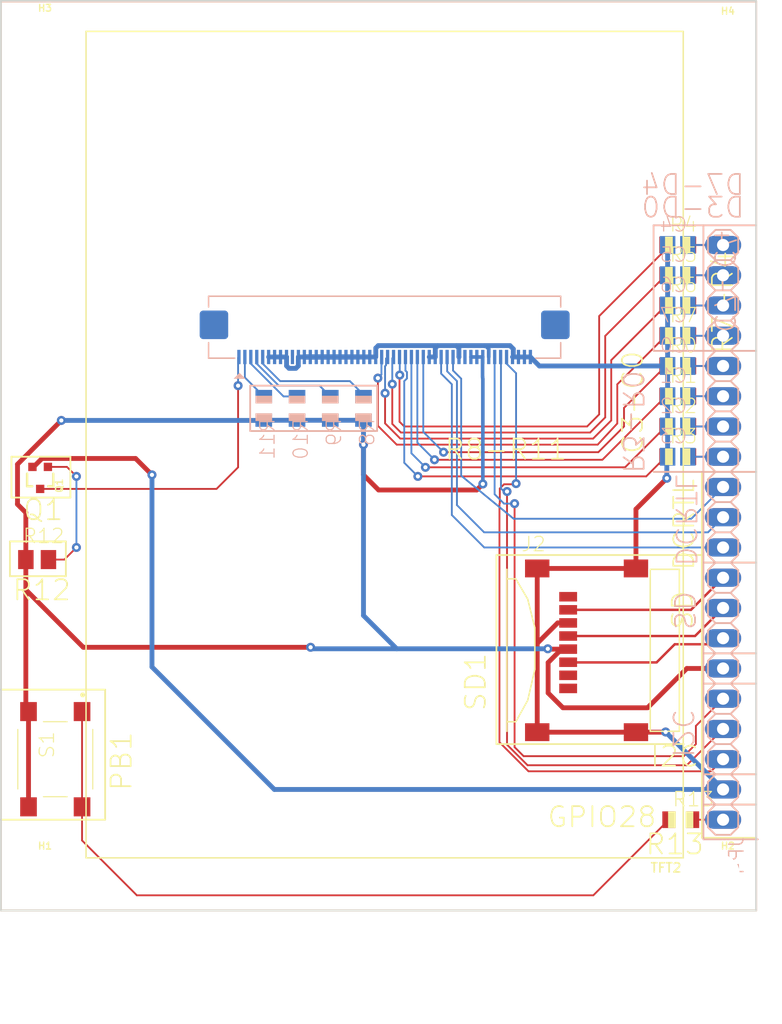
<source format=kicad_pcb>
(kicad_pcb (version 20171130) (host pcbnew "(5.1.2)-2")

  (general
    (thickness 1.6)
    (drawings 100)
    (tracks 329)
    (zones 0)
    (modules 31)
    (nets 41)
  )

  (page A4)
  (layers
    (0 Top signal)
    (31 Bottom signal)
    (32 B.Adhes user)
    (33 F.Adhes user)
    (34 B.Paste user)
    (35 F.Paste user)
    (36 B.SilkS user)
    (37 F.SilkS user)
    (38 B.Mask user)
    (39 F.Mask user)
    (40 Dwgs.User user)
    (41 Cmts.User user)
    (42 Eco1.User user)
    (43 Eco2.User user)
    (44 Edge.Cuts user)
    (45 Margin user)
    (46 B.CrtYd user)
    (47 F.CrtYd user)
    (48 B.Fab user)
    (49 F.Fab user)
  )

  (setup
    (last_trace_width 0.25)
    (trace_clearance 0.1524)
    (zone_clearance 0.508)
    (zone_45_only no)
    (trace_min 0.1524)
    (via_size 0.8)
    (via_drill 0.4)
    (via_min_size 0.4)
    (via_min_drill 0.3)
    (uvia_size 0.3)
    (uvia_drill 0.1)
    (uvias_allowed no)
    (uvia_min_size 0.2)
    (uvia_min_drill 0.1)
    (edge_width 0.05)
    (segment_width 0.2)
    (pcb_text_width 0.3)
    (pcb_text_size 1.5 1.5)
    (mod_edge_width 0.12)
    (mod_text_size 1 1)
    (mod_text_width 0.15)
    (pad_size 1.524 1.524)
    (pad_drill 0.762)
    (pad_to_mask_clearance 0.051)
    (solder_mask_min_width 0.25)
    (aux_axis_origin 0 0)
    (visible_elements FFFFFF7F)
    (pcbplotparams
      (layerselection 0x010fc_ffffffff)
      (usegerberextensions false)
      (usegerberattributes false)
      (usegerberadvancedattributes false)
      (creategerberjobfile false)
      (excludeedgelayer true)
      (linewidth 0.100000)
      (plotframeref false)
      (viasonmask false)
      (mode 1)
      (useauxorigin false)
      (hpglpennumber 1)
      (hpglpenspeed 20)
      (hpglpendiameter 15.000000)
      (psnegative false)
      (psa4output false)
      (plotreference true)
      (plotvalue true)
      (plotinvisibletext false)
      (padsonsilk false)
      (subtractmaskfromsilk false)
      (outputformat 1)
      (mirror false)
      (drillshape 1)
      (scaleselection 1)
      (outputdirectory ""))
  )

  (net 0 "")
  (net 1 GND)
  (net 2 VCC)
  (net 3 /I2C_INT)
  (net 4 /I2C_SDA)
  (net 5 /I2C_SCL)
  (net 6 "Net-(TFT2-Pad39)")
  (net 7 /DCX)
  (net 8 /RDX)
  (net 9 /WRX)
  (net 10 "Net-(R0-Pad1)")
  (net 11 "Net-(R1-Pad1)")
  (net 12 "Net-(R2-Pad1)")
  (net 13 "Net-(R3-Pad1)")
  (net 14 "Net-(R4-Pad1)")
  (net 15 "Net-(R5-Pad1)")
  (net 16 "Net-(R6-Pad1)")
  (net 17 "Net-(R7-Pad1)")
  (net 18 "Net-(TFT2-Pad10)")
  (net 19 /R8)
  (net 20 /R9)
  (net 21 /R10)
  (net 22 /R11)
  (net 23 /R12)
  (net 24 "Net-(Q1-Pad1)")
  (net 25 "Net-(J2-Pad8)")
  (net 26 /SD_DAT0)
  (net 27 /SD_CLK)
  (net 28 /SD_CMD)
  (net 29 "Net-(J2-Pad2)")
  (net 30 "Net-(J2-Pad1)")
  (net 31 /DB4)
  (net 32 /DB5)
  (net 33 /DB6)
  (net 34 /DB7)
  (net 35 /DB0)
  (net 36 /DB1)
  (net 37 /DB2)
  (net 38 /DB3)
  (net 39 /GPIO28)
  (net 40 /R13)

  (net_class Default "This is the default net class."
    (clearance 0.1524)
    (trace_width 0.25)
    (via_dia 0.8)
    (via_drill 0.4)
    (uvia_dia 0.3)
    (uvia_drill 0.1)
    (add_net /DB0)
    (add_net /DB1)
    (add_net /DB2)
    (add_net /DB3)
    (add_net /DB4)
    (add_net /DB5)
    (add_net /DB6)
    (add_net /DB7)
    (add_net /DCX)
    (add_net /GPIO28)
    (add_net /I2C_INT)
    (add_net /I2C_SCL)
    (add_net /I2C_SDA)
    (add_net /R10)
    (add_net /R11)
    (add_net /R12)
    (add_net /R13)
    (add_net /R8)
    (add_net /R9)
    (add_net /RDX)
    (add_net /SD_CLK)
    (add_net /SD_CMD)
    (add_net /SD_DAT0)
    (add_net /WRX)
    (add_net GND)
    (add_net "Net-(J2-Pad1)")
    (add_net "Net-(J2-Pad2)")
    (add_net "Net-(J2-Pad8)")
    (add_net "Net-(Q1-Pad1)")
    (add_net "Net-(R0-Pad1)")
    (add_net "Net-(R1-Pad1)")
    (add_net "Net-(R2-Pad1)")
    (add_net "Net-(R3-Pad1)")
    (add_net "Net-(R4-Pad1)")
    (add_net "Net-(R5-Pad1)")
    (add_net "Net-(R6-Pad1)")
    (add_net "Net-(R7-Pad1)")
    (add_net "Net-(TFT2-Pad10)")
    (add_net "Net-(TFT2-Pad39)")
    (add_net VCC)
  )

  (module Display:MOLEX_47219-2001 (layer Top) (tedit 0) (tstamp 5E668F6B)
    (at 166.5451 121.3486 270)
    (path /C3E76336)
    (fp_text reference J2 (at -8.209768 6.107268) (layer F.SilkS)
      (effects (font (size 1.207933 1.207933) (thickness 0.096634)) (justify left bottom))
    )
    (fp_text value 47219-2001 (at 9.252459 5.751531) (layer F.Fab)
      (effects (font (size 1.206823 1.206823) (thickness 0.096545)) (justify left bottom))
    )
    (fp_line (start -7.9 7.6) (end -7.9 -7.6) (layer Dwgs.User) (width 0.127))
    (fp_line (start 7.9 7.6) (end -7.9 7.6) (layer Dwgs.User) (width 0.127))
    (fp_line (start 7.9 -7.6) (end 7.9 7.6) (layer Dwgs.User) (width 0.127))
    (fp_line (start -7.9 -7.6) (end 7.9 -7.6) (layer Dwgs.User) (width 0.127))
    (fp_line (start -6.8 -4.8) (end 6.8 -4.8) (layer F.SilkS) (width 0.127))
    (fp_line (start 4.2 5.5) (end 6 6.5) (layer F.SilkS) (width 0.127))
    (fp_line (start 1.6 4.9) (end 4.2 5.5) (layer F.SilkS) (width 0.127))
    (fp_line (start -1.9 4.9) (end 1.6 4.9) (layer F.SilkS) (width 0.127))
    (fp_line (start -4.3 5.5) (end -1.9 4.9) (layer F.SilkS) (width 0.127))
    (fp_line (start -6 6.5) (end -4.3 5.5) (layer F.SilkS) (width 0.127))
    (fp_line (start 6 7.2) (end 6 6.5) (layer F.SilkS) (width 0.127))
    (fp_line (start -6 7.2) (end -6 6.5) (layer F.SilkS) (width 0.127))
    (fp_line (start 6.8 -4.8) (end 6.8 5.9) (layer F.Fab) (width 0.127))
    (fp_line (start 6.8 -7.2) (end 6.8 -4.8) (layer F.SilkS) (width 0.127))
    (fp_line (start -6.8 -2.3) (end -6.8 -4.8) (layer F.Fab) (width 0.127))
    (fp_line (start -6.8 5.9) (end -6.8 3.5) (layer F.Fab) (width 0.127))
    (fp_line (start -6.8 -7.2) (end -6.8 -4.8) (layer F.SilkS) (width 0.127))
    (fp_line (start -6.8 -7.25) (end 6.8 -7.25) (layer F.SilkS) (width 0.127))
    (fp_line (start -6.8 7.25) (end 6.8 7.25) (layer F.SilkS) (width 0.127))
    (pad G4 smd rect (at -6.875 4.7 270) (size 1.5 2.05) (layers Top F.Paste F.Mask)
      (net 1 GND) (solder_mask_margin 0.1016))
    (pad G3 smd rect (at -6.875 -3.6 270) (size 1.5 2.05) (layers Top F.Paste F.Mask)
      (net 1 GND) (solder_mask_margin 0.1016))
    (pad G2 smd rect (at 6.875 -3.6 270) (size 1.5 2.05) (layers Top F.Paste F.Mask)
      (net 1 GND) (solder_mask_margin 0.1016))
    (pad G1 smd rect (at 6.875 4.7 270) (size 1.5 2.05) (layers Top F.Paste F.Mask)
      (net 1 GND) (solder_mask_margin 0.1016))
    (pad 8 smd rect (at -4.5 2.1 270) (size 0.8 1.5) (layers Top F.Paste F.Mask)
      (net 25 "Net-(J2-Pad8)") (solder_mask_margin 0.1016))
    (pad 7 smd rect (at -3.4 2.1 270) (size 0.8 1.5) (layers Top F.Paste F.Mask)
      (net 26 /SD_DAT0) (solder_mask_margin 0.1016))
    (pad 6 smd rect (at -2.3 2.1 270) (size 0.8 1.5) (layers Top F.Paste F.Mask)
      (net 1 GND) (solder_mask_margin 0.1016))
    (pad 5 smd rect (at -1.2 2.1 270) (size 0.8 1.5) (layers Top F.Paste F.Mask)
      (net 27 /SD_CLK) (solder_mask_margin 0.1016))
    (pad 4 smd rect (at -0.1 2.1 270) (size 0.8 1.5) (layers Top F.Paste F.Mask)
      (net 2 VCC) (solder_mask_margin 0.1016))
    (pad 3 smd rect (at 1 2.1 270) (size 0.8 1.5) (layers Top F.Paste F.Mask)
      (net 28 /SD_CMD) (solder_mask_margin 0.1016))
    (pad 2 smd rect (at 2.1 2.1 270) (size 0.8 1.5) (layers Top F.Paste F.Mask)
      (net 29 "Net-(J2-Pad2)") (solder_mask_margin 0.1016))
    (pad 1 smd rect (at 3.2 2.1 270) (size 0.8 1.5) (layers Top F.Paste F.Mask)
      (net 30 "Net-(J2-Pad1)") (solder_mask_margin 0.1016))
  )

  (module Display:1X20 (layer Bottom) (tedit 0) (tstamp 5E668F8D)
    (at 177.4671 111.4426 90)
    (descr "<b>PIN HEADER</b>")
    (path /489E18EF)
    (fp_text reference JP4 (at -25.4762 1.8288 90) (layer B.SilkS)
      (effects (font (size 1.2065 1.2065) (thickness 0.12065)) (justify left bottom mirror))
    )
    (fp_text value "Main PCB Header" (at -25.4 -3.175 90) (layer B.Fab)
      (effects (font (size 1.2065 1.2065) (thickness 0.09652)) (justify left bottom mirror))
    )
    (fp_poly (pts (xy 23.876 -0.254) (xy 24.384 -0.254) (xy 24.384 0.254) (xy 23.876 0.254)) (layer B.Fab) (width 0))
    (fp_poly (pts (xy -24.384 -0.254) (xy -23.876 -0.254) (xy -23.876 0.254) (xy -24.384 0.254)) (layer B.Fab) (width 0))
    (fp_poly (pts (xy -21.844 -0.254) (xy -21.336 -0.254) (xy -21.336 0.254) (xy -21.844 0.254)) (layer B.Fab) (width 0))
    (fp_poly (pts (xy -19.304 -0.254) (xy -18.796 -0.254) (xy -18.796 0.254) (xy -19.304 0.254)) (layer B.Fab) (width 0))
    (fp_poly (pts (xy -16.764 -0.254) (xy -16.256 -0.254) (xy -16.256 0.254) (xy -16.764 0.254)) (layer B.Fab) (width 0))
    (fp_poly (pts (xy -14.224 -0.254) (xy -13.716 -0.254) (xy -13.716 0.254) (xy -14.224 0.254)) (layer B.Fab) (width 0))
    (fp_poly (pts (xy -11.684 -0.254) (xy -11.176 -0.254) (xy -11.176 0.254) (xy -11.684 0.254)) (layer B.Fab) (width 0))
    (fp_poly (pts (xy -9.144 -0.254) (xy -8.636 -0.254) (xy -8.636 0.254) (xy -9.144 0.254)) (layer B.Fab) (width 0))
    (fp_poly (pts (xy -6.604 -0.254) (xy -6.096 -0.254) (xy -6.096 0.254) (xy -6.604 0.254)) (layer B.Fab) (width 0))
    (fp_poly (pts (xy -4.064 -0.254) (xy -3.556 -0.254) (xy -3.556 0.254) (xy -4.064 0.254)) (layer B.Fab) (width 0))
    (fp_poly (pts (xy -1.524 -0.254) (xy -1.016 -0.254) (xy -1.016 0.254) (xy -1.524 0.254)) (layer B.Fab) (width 0))
    (fp_poly (pts (xy 1.016 -0.254) (xy 1.524 -0.254) (xy 1.524 0.254) (xy 1.016 0.254)) (layer B.Fab) (width 0))
    (fp_poly (pts (xy 3.556 -0.254) (xy 4.064 -0.254) (xy 4.064 0.254) (xy 3.556 0.254)) (layer B.Fab) (width 0))
    (fp_poly (pts (xy 6.096 -0.254) (xy 6.604 -0.254) (xy 6.604 0.254) (xy 6.096 0.254)) (layer B.Fab) (width 0))
    (fp_poly (pts (xy 8.636 -0.254) (xy 9.144 -0.254) (xy 9.144 0.254) (xy 8.636 0.254)) (layer B.Fab) (width 0))
    (fp_poly (pts (xy 11.176 -0.254) (xy 11.684 -0.254) (xy 11.684 0.254) (xy 11.176 0.254)) (layer B.Fab) (width 0))
    (fp_poly (pts (xy 13.716 -0.254) (xy 14.224 -0.254) (xy 14.224 0.254) (xy 13.716 0.254)) (layer B.Fab) (width 0))
    (fp_poly (pts (xy 16.256 -0.254) (xy 16.764 -0.254) (xy 16.764 0.254) (xy 16.256 0.254)) (layer B.Fab) (width 0))
    (fp_poly (pts (xy 18.796 -0.254) (xy 19.304 -0.254) (xy 19.304 0.254) (xy 18.796 0.254)) (layer B.Fab) (width 0))
    (fp_poly (pts (xy 21.336 -0.254) (xy 21.844 -0.254) (xy 21.844 0.254) (xy 21.336 0.254)) (layer B.Fab) (width 0))
    (fp_line (start 24.765 -1.27) (end 23.495 -1.27) (layer B.SilkS) (width 0.1524))
    (fp_line (start 22.86 -0.635) (end 23.495 -1.27) (layer B.SilkS) (width 0.1524))
    (fp_line (start 23.495 1.27) (end 22.86 0.635) (layer B.SilkS) (width 0.1524))
    (fp_line (start 25.4 -0.635) (end 24.765 -1.27) (layer B.SilkS) (width 0.1524))
    (fp_line (start 25.4 0.635) (end 25.4 -0.635) (layer B.SilkS) (width 0.1524))
    (fp_line (start 24.765 1.27) (end 25.4 0.635) (layer B.SilkS) (width 0.1524))
    (fp_line (start 23.495 1.27) (end 24.765 1.27) (layer B.SilkS) (width 0.1524))
    (fp_line (start -23.495 -1.27) (end -24.765 -1.27) (layer B.SilkS) (width 0.1524))
    (fp_line (start -25.4 -0.635) (end -24.765 -1.27) (layer B.SilkS) (width 0.1524))
    (fp_line (start -24.765 1.27) (end -25.4 0.635) (layer B.SilkS) (width 0.1524))
    (fp_line (start -25.4 0.635) (end -25.4 -0.635) (layer B.SilkS) (width 0.1524))
    (fp_line (start -22.225 -1.27) (end -22.86 -0.635) (layer B.SilkS) (width 0.1524))
    (fp_line (start -20.955 -1.27) (end -22.225 -1.27) (layer B.SilkS) (width 0.1524))
    (fp_line (start -20.32 -0.635) (end -20.955 -1.27) (layer B.SilkS) (width 0.1524))
    (fp_line (start -20.32 0.635) (end -20.32 -0.635) (layer B.SilkS) (width 0.1524))
    (fp_line (start -20.955 1.27) (end -20.32 0.635) (layer B.SilkS) (width 0.1524))
    (fp_line (start -22.225 1.27) (end -20.955 1.27) (layer B.SilkS) (width 0.1524))
    (fp_line (start -22.86 0.635) (end -22.225 1.27) (layer B.SilkS) (width 0.1524))
    (fp_line (start -22.86 -0.635) (end -23.495 -1.27) (layer B.SilkS) (width 0.1524))
    (fp_line (start -22.86 0.635) (end -22.86 -0.635) (layer B.SilkS) (width 0.1524))
    (fp_line (start -23.495 1.27) (end -22.86 0.635) (layer B.SilkS) (width 0.1524))
    (fp_line (start -24.765 1.27) (end -23.495 1.27) (layer B.SilkS) (width 0.1524))
    (fp_line (start -15.875 -1.27) (end -17.145 -1.27) (layer B.SilkS) (width 0.1524))
    (fp_line (start -17.78 -0.635) (end -17.145 -1.27) (layer B.SilkS) (width 0.1524))
    (fp_line (start -17.145 1.27) (end -17.78 0.635) (layer B.SilkS) (width 0.1524))
    (fp_line (start -19.685 -1.27) (end -20.32 -0.635) (layer B.SilkS) (width 0.1524))
    (fp_line (start -18.415 -1.27) (end -19.685 -1.27) (layer B.SilkS) (width 0.1524))
    (fp_line (start -17.78 -0.635) (end -18.415 -1.27) (layer B.SilkS) (width 0.1524))
    (fp_line (start -17.78 0.635) (end -17.78 -0.635) (layer B.SilkS) (width 0.1524))
    (fp_line (start -18.415 1.27) (end -17.78 0.635) (layer B.SilkS) (width 0.1524))
    (fp_line (start -19.685 1.27) (end -18.415 1.27) (layer B.SilkS) (width 0.1524))
    (fp_line (start -20.32 0.635) (end -19.685 1.27) (layer B.SilkS) (width 0.1524))
    (fp_line (start -14.605 -1.27) (end -15.24 -0.635) (layer B.SilkS) (width 0.1524))
    (fp_line (start -13.335 -1.27) (end -14.605 -1.27) (layer B.SilkS) (width 0.1524))
    (fp_line (start -12.7 -0.635) (end -13.335 -1.27) (layer B.SilkS) (width 0.1524))
    (fp_line (start -12.7 0.635) (end -12.7 -0.635) (layer B.SilkS) (width 0.1524))
    (fp_line (start -13.335 1.27) (end -12.7 0.635) (layer B.SilkS) (width 0.1524))
    (fp_line (start -14.605 1.27) (end -13.335 1.27) (layer B.SilkS) (width 0.1524))
    (fp_line (start -15.24 0.635) (end -14.605 1.27) (layer B.SilkS) (width 0.1524))
    (fp_line (start -15.24 -0.635) (end -15.875 -1.27) (layer B.SilkS) (width 0.1524))
    (fp_line (start -15.24 0.635) (end -15.24 -0.635) (layer B.SilkS) (width 0.1524))
    (fp_line (start -15.875 1.27) (end -15.24 0.635) (layer B.SilkS) (width 0.1524))
    (fp_line (start -17.145 1.27) (end -15.875 1.27) (layer B.SilkS) (width 0.1524))
    (fp_line (start -8.255 -1.27) (end -9.525 -1.27) (layer B.SilkS) (width 0.1524))
    (fp_line (start -10.16 -0.635) (end -9.525 -1.27) (layer B.SilkS) (width 0.1524))
    (fp_line (start -9.525 1.27) (end -10.16 0.635) (layer B.SilkS) (width 0.1524))
    (fp_line (start -12.065 -1.27) (end -12.7 -0.635) (layer B.SilkS) (width 0.1524))
    (fp_line (start -10.795 -1.27) (end -12.065 -1.27) (layer B.SilkS) (width 0.1524))
    (fp_line (start -10.16 -0.635) (end -10.795 -1.27) (layer B.SilkS) (width 0.1524))
    (fp_line (start -10.16 0.635) (end -10.16 -0.635) (layer B.SilkS) (width 0.1524))
    (fp_line (start -10.795 1.27) (end -10.16 0.635) (layer B.SilkS) (width 0.1524))
    (fp_line (start -12.065 1.27) (end -10.795 1.27) (layer B.SilkS) (width 0.1524))
    (fp_line (start -12.7 0.635) (end -12.065 1.27) (layer B.SilkS) (width 0.1524))
    (fp_line (start -6.985 -1.27) (end -7.62 -0.635) (layer B.SilkS) (width 0.1524))
    (fp_line (start -5.715 -1.27) (end -6.985 -1.27) (layer B.SilkS) (width 0.1524))
    (fp_line (start -5.08 -0.635) (end -5.715 -1.27) (layer B.SilkS) (width 0.1524))
    (fp_line (start -5.08 0.635) (end -5.08 -0.635) (layer B.SilkS) (width 0.1524))
    (fp_line (start -5.715 1.27) (end -5.08 0.635) (layer B.SilkS) (width 0.1524))
    (fp_line (start -6.985 1.27) (end -5.715 1.27) (layer B.SilkS) (width 0.1524))
    (fp_line (start -7.62 0.635) (end -6.985 1.27) (layer B.SilkS) (width 0.1524))
    (fp_line (start -7.62 -0.635) (end -8.255 -1.27) (layer B.SilkS) (width 0.1524))
    (fp_line (start -7.62 0.635) (end -7.62 -0.635) (layer B.SilkS) (width 0.1524))
    (fp_line (start -8.255 1.27) (end -7.62 0.635) (layer B.SilkS) (width 0.1524))
    (fp_line (start -9.525 1.27) (end -8.255 1.27) (layer B.SilkS) (width 0.1524))
    (fp_line (start -0.635 -1.27) (end -1.905 -1.27) (layer B.SilkS) (width 0.1524))
    (fp_line (start -2.54 -0.635) (end -1.905 -1.27) (layer B.SilkS) (width 0.1524))
    (fp_line (start -1.905 1.27) (end -2.54 0.635) (layer B.SilkS) (width 0.1524))
    (fp_line (start -4.445 -1.27) (end -5.08 -0.635) (layer B.SilkS) (width 0.1524))
    (fp_line (start -3.175 -1.27) (end -4.445 -1.27) (layer B.SilkS) (width 0.1524))
    (fp_line (start -2.54 -0.635) (end -3.175 -1.27) (layer B.SilkS) (width 0.1524))
    (fp_line (start -2.54 0.635) (end -2.54 -0.635) (layer B.SilkS) (width 0.1524))
    (fp_line (start -3.175 1.27) (end -2.54 0.635) (layer B.SilkS) (width 0.1524))
    (fp_line (start -4.445 1.27) (end -3.175 1.27) (layer B.SilkS) (width 0.1524))
    (fp_line (start -5.08 0.635) (end -4.445 1.27) (layer B.SilkS) (width 0.1524))
    (fp_line (start 0.635 -1.27) (end 0 -0.635) (layer B.SilkS) (width 0.1524))
    (fp_line (start 1.905 -1.27) (end 0.635 -1.27) (layer B.SilkS) (width 0.1524))
    (fp_line (start 2.54 -0.635) (end 1.905 -1.27) (layer B.SilkS) (width 0.1524))
    (fp_line (start 2.54 0.635) (end 2.54 -0.635) (layer B.SilkS) (width 0.1524))
    (fp_line (start 1.905 1.27) (end 2.54 0.635) (layer B.SilkS) (width 0.1524))
    (fp_line (start 0.635 1.27) (end 1.905 1.27) (layer B.SilkS) (width 0.1524))
    (fp_line (start 0 0.635) (end 0.635 1.27) (layer B.SilkS) (width 0.1524))
    (fp_line (start 0 -0.635) (end -0.635 -1.27) (layer B.SilkS) (width 0.1524))
    (fp_line (start 0 0.635) (end 0 -0.635) (layer B.SilkS) (width 0.1524))
    (fp_line (start -0.635 1.27) (end 0 0.635) (layer B.SilkS) (width 0.1524))
    (fp_line (start -1.905 1.27) (end -0.635 1.27) (layer B.SilkS) (width 0.1524))
    (fp_line (start 6.985 -1.27) (end 5.715 -1.27) (layer B.SilkS) (width 0.1524))
    (fp_line (start 5.08 -0.635) (end 5.715 -1.27) (layer B.SilkS) (width 0.1524))
    (fp_line (start 5.715 1.27) (end 5.08 0.635) (layer B.SilkS) (width 0.1524))
    (fp_line (start 3.175 -1.27) (end 2.54 -0.635) (layer B.SilkS) (width 0.1524))
    (fp_line (start 4.445 -1.27) (end 3.175 -1.27) (layer B.SilkS) (width 0.1524))
    (fp_line (start 5.08 -0.635) (end 4.445 -1.27) (layer B.SilkS) (width 0.1524))
    (fp_line (start 5.08 0.635) (end 5.08 -0.635) (layer B.SilkS) (width 0.1524))
    (fp_line (start 4.445 1.27) (end 5.08 0.635) (layer B.SilkS) (width 0.1524))
    (fp_line (start 3.175 1.27) (end 4.445 1.27) (layer B.SilkS) (width 0.1524))
    (fp_line (start 2.54 0.635) (end 3.175 1.27) (layer B.SilkS) (width 0.1524))
    (fp_line (start 8.255 -1.27) (end 7.62 -0.635) (layer B.SilkS) (width 0.1524))
    (fp_line (start 9.525 -1.27) (end 8.255 -1.27) (layer B.SilkS) (width 0.1524))
    (fp_line (start 10.16 -0.635) (end 9.525 -1.27) (layer B.SilkS) (width 0.1524))
    (fp_line (start 10.16 0.635) (end 10.16 -0.635) (layer B.SilkS) (width 0.1524))
    (fp_line (start 9.525 1.27) (end 10.16 0.635) (layer B.SilkS) (width 0.1524))
    (fp_line (start 8.255 1.27) (end 9.525 1.27) (layer B.SilkS) (width 0.1524))
    (fp_line (start 7.62 0.635) (end 8.255 1.27) (layer B.SilkS) (width 0.1524))
    (fp_line (start 7.62 -0.635) (end 6.985 -1.27) (layer B.SilkS) (width 0.1524))
    (fp_line (start 7.62 0.635) (end 7.62 -0.635) (layer B.SilkS) (width 0.1524))
    (fp_line (start 6.985 1.27) (end 7.62 0.635) (layer B.SilkS) (width 0.1524))
    (fp_line (start 5.715 1.27) (end 6.985 1.27) (layer B.SilkS) (width 0.1524))
    (fp_line (start 14.605 -1.27) (end 13.335 -1.27) (layer B.SilkS) (width 0.1524))
    (fp_line (start 12.7 -0.635) (end 13.335 -1.27) (layer B.SilkS) (width 0.1524))
    (fp_line (start 13.335 1.27) (end 12.7 0.635) (layer B.SilkS) (width 0.1524))
    (fp_line (start 10.795 -1.27) (end 10.16 -0.635) (layer B.SilkS) (width 0.1524))
    (fp_line (start 12.065 -1.27) (end 10.795 -1.27) (layer B.SilkS) (width 0.1524))
    (fp_line (start 12.7 -0.635) (end 12.065 -1.27) (layer B.SilkS) (width 0.1524))
    (fp_line (start 12.7 0.635) (end 12.7 -0.635) (layer B.SilkS) (width 0.1524))
    (fp_line (start 12.065 1.27) (end 12.7 0.635) (layer B.SilkS) (width 0.1524))
    (fp_line (start 10.795 1.27) (end 12.065 1.27) (layer B.SilkS) (width 0.1524))
    (fp_line (start 10.16 0.635) (end 10.795 1.27) (layer B.SilkS) (width 0.1524))
    (fp_line (start 15.875 -1.27) (end 15.24 -0.635) (layer B.SilkS) (width 0.1524))
    (fp_line (start 17.145 -1.27) (end 15.875 -1.27) (layer B.SilkS) (width 0.1524))
    (fp_line (start 17.78 -0.635) (end 17.145 -1.27) (layer B.SilkS) (width 0.1524))
    (fp_line (start 17.78 0.635) (end 17.78 -0.635) (layer B.SilkS) (width 0.1524))
    (fp_line (start 17.145 1.27) (end 17.78 0.635) (layer B.SilkS) (width 0.1524))
    (fp_line (start 15.875 1.27) (end 17.145 1.27) (layer B.SilkS) (width 0.1524))
    (fp_line (start 15.24 0.635) (end 15.875 1.27) (layer B.SilkS) (width 0.1524))
    (fp_line (start 15.24 -0.635) (end 14.605 -1.27) (layer B.SilkS) (width 0.1524))
    (fp_line (start 15.24 0.635) (end 15.24 -0.635) (layer B.SilkS) (width 0.1524))
    (fp_line (start 14.605 1.27) (end 15.24 0.635) (layer B.SilkS) (width 0.1524))
    (fp_line (start 13.335 1.27) (end 14.605 1.27) (layer B.SilkS) (width 0.1524))
    (fp_line (start 22.225 -1.27) (end 20.955 -1.27) (layer B.SilkS) (width 0.1524))
    (fp_line (start 20.32 -0.635) (end 20.955 -1.27) (layer B.SilkS) (width 0.1524))
    (fp_line (start 20.955 1.27) (end 20.32 0.635) (layer B.SilkS) (width 0.1524))
    (fp_line (start 18.415 -1.27) (end 17.78 -0.635) (layer B.SilkS) (width 0.1524))
    (fp_line (start 19.685 -1.27) (end 18.415 -1.27) (layer B.SilkS) (width 0.1524))
    (fp_line (start 20.32 -0.635) (end 19.685 -1.27) (layer B.SilkS) (width 0.1524))
    (fp_line (start 20.32 0.635) (end 20.32 -0.635) (layer B.SilkS) (width 0.1524))
    (fp_line (start 19.685 1.27) (end 20.32 0.635) (layer B.SilkS) (width 0.1524))
    (fp_line (start 18.415 1.27) (end 19.685 1.27) (layer B.SilkS) (width 0.1524))
    (fp_line (start 17.78 0.635) (end 18.415 1.27) (layer B.SilkS) (width 0.1524))
    (fp_line (start 22.86 -0.635) (end 22.225 -1.27) (layer B.SilkS) (width 0.1524))
    (fp_line (start 22.86 0.635) (end 22.86 -0.635) (layer B.SilkS) (width 0.1524))
    (fp_line (start 22.225 1.27) (end 22.86 0.635) (layer B.SilkS) (width 0.1524))
    (fp_line (start 20.955 1.27) (end 22.225 1.27) (layer B.SilkS) (width 0.1524))
    (pad 20 thru_hole oval (at 24.13 0) (size 3.048 1.524) (drill 1.016) (layers *.Cu *.Mask)
      (net 31 /DB4) (solder_mask_margin 0.1016))
    (pad 19 thru_hole oval (at 21.59 0) (size 3.048 1.524) (drill 1.016) (layers *.Cu *.Mask)
      (net 32 /DB5) (solder_mask_margin 0.1016))
    (pad 18 thru_hole oval (at 19.05 0) (size 3.048 1.524) (drill 1.016) (layers *.Cu *.Mask)
      (net 33 /DB6) (solder_mask_margin 0.1016))
    (pad 17 thru_hole oval (at 16.51 0) (size 3.048 1.524) (drill 1.016) (layers *.Cu *.Mask)
      (net 34 /DB7) (solder_mask_margin 0.1016))
    (pad 16 thru_hole oval (at 13.97 0) (size 3.048 1.524) (drill 1.016) (layers *.Cu *.Mask)
      (net 35 /DB0) (solder_mask_margin 0.1016))
    (pad 15 thru_hole oval (at 11.43 0) (size 3.048 1.524) (drill 1.016) (layers *.Cu *.Mask)
      (net 36 /DB1) (solder_mask_margin 0.1016))
    (pad 14 thru_hole oval (at 8.89 0) (size 3.048 1.524) (drill 1.016) (layers *.Cu *.Mask)
      (net 37 /DB2) (solder_mask_margin 0.1016))
    (pad 13 thru_hole oval (at 6.35 0) (size 3.048 1.524) (drill 1.016) (layers *.Cu *.Mask)
      (net 38 /DB3) (solder_mask_margin 0.1016))
    (pad 12 thru_hole oval (at 3.81 0) (size 3.048 1.524) (drill 1.016) (layers *.Cu *.Mask)
      (net 7 /DCX) (solder_mask_margin 0.1016))
    (pad 11 thru_hole oval (at 1.27 0) (size 3.048 1.524) (drill 1.016) (layers *.Cu *.Mask)
      (net 8 /RDX) (solder_mask_margin 0.1016))
    (pad 10 thru_hole oval (at -1.27 0) (size 3.048 1.524) (drill 1.016) (layers *.Cu *.Mask)
      (net 9 /WRX) (solder_mask_margin 0.1016))
    (pad 9 thru_hole oval (at -3.81 0) (size 3.048 1.524) (drill 1.016) (layers *.Cu *.Mask)
      (net 26 /SD_DAT0) (solder_mask_margin 0.1016))
    (pad 8 thru_hole oval (at -6.35 0) (size 3.048 1.524) (drill 1.016) (layers *.Cu *.Mask)
      (net 27 /SD_CLK) (solder_mask_margin 0.1016))
    (pad 7 thru_hole oval (at -8.89 0) (size 3.048 1.524) (drill 1.016) (layers *.Cu *.Mask)
      (net 28 /SD_CMD) (solder_mask_margin 0.1016))
    (pad 6 thru_hole oval (at -11.43 0) (size 3.048 1.524) (drill 1.016) (layers *.Cu *.Mask)
      (net 2 VCC) (solder_mask_margin 0.1016))
    (pad 5 thru_hole oval (at -13.97 0) (size 3.048 1.524) (drill 1.016) (layers *.Cu *.Mask)
      (net 5 /I2C_SCL) (solder_mask_margin 0.1016))
    (pad 4 thru_hole oval (at -16.51 0) (size 3.048 1.524) (drill 1.016) (layers *.Cu *.Mask)
      (net 4 /I2C_SDA) (solder_mask_margin 0.1016))
    (pad 3 thru_hole oval (at -19.05 0) (size 3.048 1.524) (drill 1.016) (layers *.Cu *.Mask)
      (net 3 /I2C_INT) (solder_mask_margin 0.1016))
    (pad 2 thru_hole oval (at -21.59 0) (size 3.048 1.524) (drill 1.016) (layers *.Cu *.Mask)
      (net 1 GND) (solder_mask_margin 0.1016))
    (pad 1 thru_hole oval (at -24.13 0) (size 3.048 1.524) (drill 1.016) (layers *.Cu *.Mask)
      (net 39 /GPIO28) (solder_mask_margin 0.1016))
  )

  (module Display:SOT323 (layer Top) (tedit 0) (tstamp 5E669045)
    (at 120.0631 106.8706 180)
    (path /55B83971)
    (fp_text reference Q1 (at -1.27 0 90) (layer F.SilkS)
      (effects (font (size 0.57912 0.57912) (thickness 0.115824)) (justify right top))
    )
    (fp_text value 310mA/60V/1.6Ω (at 1.27 0 90) (layer F.Fab)
      (effects (font (size 0.57912 0.57912) (thickness 0.115824)) (justify right top))
    )
    (fp_line (start 1.1 -0.7) (end 1.1 0.354) (layer F.SilkS) (width 0.2032))
    (fp_line (start 0.673 -0.7) (end 1.1 -0.7) (layer F.SilkS) (width 0.2032))
    (fp_line (start -1.1 -0.7) (end -1.1 0.354) (layer F.SilkS) (width 0.2032))
    (fp_line (start -0.673 -0.7) (end -1.1 -0.7) (layer F.SilkS) (width 0.2032))
    (fp_line (start -1.1224 -0.6604) (end 1.1224 -0.6604) (layer F.Fab) (width 0.1524))
    (fp_line (start -1.1224 0.6604) (end -1.1224 -0.6604) (layer F.Fab) (width 0.1524))
    (fp_line (start 1.1224 0.6604) (end -1.1224 0.6604) (layer F.Fab) (width 0.1524))
    (fp_line (start 1.1224 -0.6604) (end 1.1224 0.6604) (layer F.Fab) (width 0.1524))
    (pad 3 smd rect (at 0 -0.925 180) (size 0.7 0.7) (layers Top F.Paste F.Mask)
      (net 23 /R12) (solder_mask_margin 0.1016))
    (pad 2 smd rect (at 0.65 0.925 180) (size 0.7 0.7) (layers Top F.Paste F.Mask)
      (net 1 GND) (solder_mask_margin 0.1016))
    (pad 1 smd rect (at -0.65 0.925 180) (size 0.7 0.7) (layers Top F.Paste F.Mask)
      (net 24 "Net-(Q1-Pad1)") (solder_mask_margin 0.1016))
  )

  (module Display:M0805 (layer Top) (tedit 0) (tstamp 5E669053)
    (at 119.8091 113.7286)
    (descr "<b>RESISTOR</b><p>\nMELF 0.10 W")
    (path /F9E70734)
    (fp_text reference R12 (at -1.27 -1.27) (layer F.SilkS)
      (effects (font (size 1.2065 1.2065) (thickness 0.09652)) (justify left bottom))
    )
    (fp_text value 2.2k (at -1.27 2.54) (layer F.Fab)
      (effects (font (size 1.2065 1.2065) (thickness 0.09652)) (justify left bottom))
    )
    (fp_poly (pts (xy -0.1999 0.5999) (xy 0.1999 0.5999) (xy 0.1999 -0.5999) (xy -0.1999 -0.5999)) (layer F.Adhes) (width 0))
    (fp_poly (pts (xy 0.6858 0.7112) (xy 1.0414 0.7112) (xy 1.0414 -0.7112) (xy 0.6858 -0.7112)) (layer F.Fab) (width 0))
    (fp_poly (pts (xy -1.0414 0.7112) (xy -0.6858 0.7112) (xy -0.6858 -0.7112) (xy -1.0414 -0.7112)) (layer F.Fab) (width 0))
    (fp_line (start 0.7112 0.635) (end -0.7112 0.635) (layer F.Fab) (width 0.1524))
    (fp_line (start 0.7112 -0.635) (end -0.7112 -0.635) (layer F.Fab) (width 0.1524))
    (fp_line (start 1.973 -0.983) (end 1.973 0.983) (layer Dwgs.User) (width 0.0508))
    (fp_line (start -1.973 0.983) (end -1.973 -0.983) (layer Dwgs.User) (width 0.0508))
    (fp_line (start 1.973 0.983) (end -1.973 0.983) (layer Dwgs.User) (width 0.0508))
    (fp_line (start -1.973 -0.983) (end 1.973 -0.983) (layer Dwgs.User) (width 0.0508))
    (pad 2 smd rect (at 0.95 0) (size 1.3 1.6) (layers Top F.Paste F.Mask)
      (net 24 "Net-(Q1-Pad1)") (solder_mask_margin 0.1016))
    (pad 1 smd rect (at -0.95 0) (size 1.3 1.6) (layers Top F.Paste F.Mask)
      (net 2 VCC) (solder_mask_margin 0.1016))
  )

  (module Display:R0805 (layer Bottom) (tedit 0) (tstamp 5E669061)
    (at 138.8591 101.0286 90)
    (descr "<b>RESISTOR</b><p>\nchip")
    (path /43F23671)
    (fp_text reference R11 (at -0.762 1.016 90) (layer B.SilkS)
      (effects (font (size 1.2065 1.2065) (thickness 0.09652)) (justify left bottom mirror))
    )
    (fp_text value 10 (at -0.762 -2.286 90) (layer B.Fab)
      (effects (font (size 1.2065 1.2065) (thickness 0.09652)) (justify left bottom mirror))
    )
    (fp_poly (pts (xy -0.1999 -0.5001) (xy 0.1999 -0.5001) (xy 0.1999 0.5001) (xy -0.1999 0.5001)) (layer B.Adhes) (width 0))
    (fp_poly (pts (xy -1.0668 -0.6985) (xy -0.4168 -0.6985) (xy -0.4168 0.7015) (xy -1.0668 0.7015)) (layer B.SilkS) (width 0))
    (fp_poly (pts (xy 0.4064 -0.6985) (xy 1.0564 -0.6985) (xy 1.0564 0.7015) (xy 0.4064 0.7015)) (layer B.SilkS) (width 0))
    (fp_line (start -1.973 -0.983) (end -1.973 0.983) (layer Dwgs.User) (width 0.0508))
    (fp_line (start 1.973 -0.983) (end -1.973 -0.983) (layer Dwgs.User) (width 0.0508))
    (fp_line (start 1.973 0.983) (end 1.973 -0.983) (layer Dwgs.User) (width 0.0508))
    (fp_line (start -1.973 0.983) (end 1.973 0.983) (layer Dwgs.User) (width 0.0508))
    (fp_line (start -0.41 -0.635) (end 0.41 -0.635) (layer B.Fab) (width 0.1524))
    (fp_line (start -0.41 0.635) (end 0.41 0.635) (layer B.Fab) (width 0.1524))
    (pad 2 smd rect (at 1 0 90) (size 1.1 1.4) (layers Bottom B.Paste B.Mask)
      (net 22 /R11) (solder_mask_margin 0.1016))
    (pad 1 smd rect (at -1 0 90) (size 1.1 1.4) (layers Bottom B.Paste B.Mask)
      (net 2 VCC) (solder_mask_margin 0.1016))
  )

  (module Display:R0805 (layer Bottom) (tedit 0) (tstamp 5E66906F)
    (at 141.6531 101.0286 90)
    (descr "<b>RESISTOR</b><p>\nchip")
    (path /B5DC468C)
    (fp_text reference R10 (at -0.762 1.016 90) (layer B.SilkS)
      (effects (font (size 1.2065 1.2065) (thickness 0.09652)) (justify left bottom mirror))
    )
    (fp_text value 10 (at -0.762 -2.286 90) (layer B.Fab)
      (effects (font (size 1.2065 1.2065) (thickness 0.09652)) (justify left bottom mirror))
    )
    (fp_poly (pts (xy -0.1999 -0.5001) (xy 0.1999 -0.5001) (xy 0.1999 0.5001) (xy -0.1999 0.5001)) (layer B.Adhes) (width 0))
    (fp_poly (pts (xy -1.0668 -0.6985) (xy -0.4168 -0.6985) (xy -0.4168 0.7015) (xy -1.0668 0.7015)) (layer B.SilkS) (width 0))
    (fp_poly (pts (xy 0.4064 -0.6985) (xy 1.0564 -0.6985) (xy 1.0564 0.7015) (xy 0.4064 0.7015)) (layer B.SilkS) (width 0))
    (fp_line (start -1.973 -0.983) (end -1.973 0.983) (layer Dwgs.User) (width 0.0508))
    (fp_line (start 1.973 -0.983) (end -1.973 -0.983) (layer Dwgs.User) (width 0.0508))
    (fp_line (start 1.973 0.983) (end 1.973 -0.983) (layer Dwgs.User) (width 0.0508))
    (fp_line (start -1.973 0.983) (end 1.973 0.983) (layer Dwgs.User) (width 0.0508))
    (fp_line (start -0.41 -0.635) (end 0.41 -0.635) (layer B.Fab) (width 0.1524))
    (fp_line (start -0.41 0.635) (end 0.41 0.635) (layer B.Fab) (width 0.1524))
    (pad 2 smd rect (at 1 0 90) (size 1.1 1.4) (layers Bottom B.Paste B.Mask)
      (net 21 /R10) (solder_mask_margin 0.1016))
    (pad 1 smd rect (at -1 0 90) (size 1.1 1.4) (layers Bottom B.Paste B.Mask)
      (net 2 VCC) (solder_mask_margin 0.1016))
  )

  (module Display:R0805 (layer Bottom) (tedit 0) (tstamp 5E66907D)
    (at 144.4471 101.0286 90)
    (descr "<b>RESISTOR</b><p>\nchip")
    (path /57915967)
    (fp_text reference R9 (at -0.762 1.016 90) (layer B.SilkS)
      (effects (font (size 1.2065 1.2065) (thickness 0.09652)) (justify left bottom mirror))
    )
    (fp_text value 10 (at -0.762 -2.286 90) (layer B.Fab)
      (effects (font (size 1.2065 1.2065) (thickness 0.09652)) (justify left bottom mirror))
    )
    (fp_poly (pts (xy -0.1999 -0.5001) (xy 0.1999 -0.5001) (xy 0.1999 0.5001) (xy -0.1999 0.5001)) (layer B.Adhes) (width 0))
    (fp_poly (pts (xy -1.0668 -0.6985) (xy -0.4168 -0.6985) (xy -0.4168 0.7015) (xy -1.0668 0.7015)) (layer B.SilkS) (width 0))
    (fp_poly (pts (xy 0.4064 -0.6985) (xy 1.0564 -0.6985) (xy 1.0564 0.7015) (xy 0.4064 0.7015)) (layer B.SilkS) (width 0))
    (fp_line (start -1.973 -0.983) (end -1.973 0.983) (layer Dwgs.User) (width 0.0508))
    (fp_line (start 1.973 -0.983) (end -1.973 -0.983) (layer Dwgs.User) (width 0.0508))
    (fp_line (start 1.973 0.983) (end 1.973 -0.983) (layer Dwgs.User) (width 0.0508))
    (fp_line (start -1.973 0.983) (end 1.973 0.983) (layer Dwgs.User) (width 0.0508))
    (fp_line (start -0.41 -0.635) (end 0.41 -0.635) (layer B.Fab) (width 0.1524))
    (fp_line (start -0.41 0.635) (end 0.41 0.635) (layer B.Fab) (width 0.1524))
    (pad 2 smd rect (at 1 0 90) (size 1.1 1.4) (layers Bottom B.Paste B.Mask)
      (net 20 /R9) (solder_mask_margin 0.1016))
    (pad 1 smd rect (at -1 0 90) (size 1.1 1.4) (layers Bottom B.Paste B.Mask)
      (net 2 VCC) (solder_mask_margin 0.1016))
  )

  (module Display:R0805 (layer Bottom) (tedit 0) (tstamp 5E66908B)
    (at 147.2411 101.0286 90)
    (descr "<b>RESISTOR</b><p>\nchip")
    (path /45F982B0)
    (fp_text reference R8 (at -0.762 1.016 90) (layer B.SilkS)
      (effects (font (size 1.2065 1.2065) (thickness 0.09652)) (justify left bottom mirror))
    )
    (fp_text value 10 (at -0.762 -2.286 90) (layer B.Fab)
      (effects (font (size 1.2065 1.2065) (thickness 0.09652)) (justify left bottom mirror))
    )
    (fp_poly (pts (xy -0.1999 -0.5001) (xy 0.1999 -0.5001) (xy 0.1999 0.5001) (xy -0.1999 0.5001)) (layer B.Adhes) (width 0))
    (fp_poly (pts (xy -1.0668 -0.6985) (xy -0.4168 -0.6985) (xy -0.4168 0.7015) (xy -1.0668 0.7015)) (layer B.SilkS) (width 0))
    (fp_poly (pts (xy 0.4064 -0.6985) (xy 1.0564 -0.6985) (xy 1.0564 0.7015) (xy 0.4064 0.7015)) (layer B.SilkS) (width 0))
    (fp_line (start -1.973 -0.983) (end -1.973 0.983) (layer Dwgs.User) (width 0.0508))
    (fp_line (start 1.973 -0.983) (end -1.973 -0.983) (layer Dwgs.User) (width 0.0508))
    (fp_line (start 1.973 0.983) (end 1.973 -0.983) (layer Dwgs.User) (width 0.0508))
    (fp_line (start -1.973 0.983) (end 1.973 0.983) (layer Dwgs.User) (width 0.0508))
    (fp_line (start -0.41 -0.635) (end 0.41 -0.635) (layer B.Fab) (width 0.1524))
    (fp_line (start -0.41 0.635) (end 0.41 0.635) (layer B.Fab) (width 0.1524))
    (pad 2 smd rect (at 1 0 90) (size 1.1 1.4) (layers Bottom B.Paste B.Mask)
      (net 19 /R8) (solder_mask_margin 0.1016))
    (pad 1 smd rect (at -1 0 90) (size 1.1 1.4) (layers Bottom B.Paste B.Mask)
      (net 2 VCC) (solder_mask_margin 0.1016))
  )

  (module Display:TFT_CTP28 (layer Top) (tedit 0) (tstamp 5E669099)
    (at 149.0191 104.0766 180)
    (path /DE8DE5C4)
    (fp_text reference TFT2 (at -25.033 -35.081) (layer F.SilkS)
      (effects (font (size 0.77216 0.77216) (thickness 0.138988)) (justify right top))
    )
    (fp_text value DISP_LCD_CTP28_DATASHEET (at -25.1 35.3) (layer F.Fab)
      (effects (font (size 0.38608 0.38608) (thickness 0.038608)) (justify right top))
    )
    (fp_text user "Suggested Cutout Zone" (at 0 19.47 180) (layer F.Fab)
      (effects (font (size 0.77216 0.77216) (thickness 0.12192)))
    )
    (fp_line (start -22.62 20.51) (end -22.62 13.97) (layer F.Fab) (width 0.127))
    (fp_line (start 20 20.51) (end -22.62 20.51) (layer F.Fab) (width 0.127))
    (fp_line (start 20 13.97) (end 20 20.51) (layer F.Fab) (width 0.127))
    (fp_line (start -22.62 13.97) (end 20 13.97) (layer F.Fab) (width 0.127))
    (fp_line (start -14.8 12.46) (end -14.8 11.56) (layer B.SilkS) (width 0.127))
    (fp_line (start 14.8 12.46) (end -14.8 12.46) (layer B.SilkS) (width 0.127))
    (fp_line (start 14.8 11.56) (end 14.8 12.46) (layer B.SilkS) (width 0.127))
    (fp_line (start -14.8 7.26) (end -14.8 8.56) (layer B.SilkS) (width 0.127))
    (fp_line (start -12.7 7.26) (end -14.8 7.26) (layer B.SilkS) (width 0.127))
    (fp_line (start 14.8 7.26) (end 14.8 8.56) (layer B.SilkS) (width 0.127))
    (fp_line (start 12.6 7.26) (end 14.8 7.26) (layer B.SilkS) (width 0.127))
    (fp_text user 1 (at 11.6 13.67 180) (layer F.Fab)
      (effects (font (size 0.9652 0.9652) (thickness 0.1524)))
    )
    (fp_text user 50 (at -11.2 13.67 180) (layer F.Fab)
      (effects (font (size 0.9652 0.9652) (thickness 0.1524)))
    )
    (fp_line (start -12.5 12.77) (end 12.5 12.77) (layer F.Fab) (width 0.127))
    (fp_line (start 12.5 9.47) (end 12.5 12.77) (layer F.Fab) (width 0.127))
    (fp_arc (start 12.2 9.47) (end 12.2 9.17) (angle 90) (layer F.Fab) (width 0.127))
    (fp_line (start -12.2 9.17) (end 12.2 9.17) (layer F.Fab) (width 0.127))
    (fp_arc (start -12.2 9.47) (end -12.5 9.47) (angle 90) (layer F.Fab) (width 0.127))
    (fp_line (start -12.5 12.77) (end -12.5 9.47) (layer F.Fab) (width 0.127))
    (fp_text user "Capacitive Touch Panel" (at 0 -21 180) (layer F.Fab)
      (effects (font (size 1.59258 1.59258) (thickness 0.134112)))
    )
    (fp_poly (pts (xy 12.2 6.03) (xy 11.7 5.53) (xy 12.7 5.53)) (layer B.SilkS) (width 0))
    (fp_line (start -25.1 34.7) (end -25.1 -34.7) (layer F.SilkS) (width 0.127))
    (fp_line (start 25.1 34.7) (end -25.1 34.7) (layer F.SilkS) (width 0.127))
    (fp_line (start 25.1 -34.7) (end 25.1 34.7) (layer F.SilkS) (width 0.127))
    (fp_line (start -25.1 -34.7) (end 25.1 -34.7) (layer F.SilkS) (width 0.127))
    (fp_line (start -25 9.6) (end 25 9.6) (layer F.Fab) (width 0.127))
    (fp_text user "2.83\"\n240x320 Display" (at 0 -26.4 180) (layer F.Fab)
      (effects (font (size 1.59258 1.59258) (thickness 0.134112)))
    )
    (fp_line (start -21.6 25.5) (end -21.6 -32.1) (layer F.Fab) (width 0.127))
    (fp_line (start 21.6 25.5) (end -21.6 25.5) (layer F.Fab) (width 0.127))
    (fp_line (start -21.6 -32.1) (end 21.6 -32.1) (layer F.Fab) (width 0.127))
    (fp_line (start -25 9.6) (end -25 -34.6) (layer F.Fab) (width 0.127))
    (fp_line (start -25 34.6) (end -25 9.6) (layer F.Fab) (width 0.127))
    (fp_line (start 25 34.6) (end -25 34.6) (layer F.Fab) (width 0.127))
    (fp_line (start 25 9.6) (end 25 34.6) (layer F.Fab) (width 0.127))
    (fp_line (start 25 -34.6) (end 25 9.6) (layer F.Fab) (width 0.127))
    (fp_line (start -25 -34.6) (end 25 -34.6) (layer F.Fab) (width 0.127))
    (pad PAD2 smd roundrect (at -14.35 10.06) (size 2.4 2.4) (layers Bottom B.Paste B.Mask) (roundrect_rratio 0.125)
      (solder_mask_margin 0.1016))
    (pad PAD1 smd roundrect (at 14.35 10.06) (size 2.4 2.4) (layers Bottom B.Paste B.Mask) (roundrect_rratio 0.125)
      (solder_mask_margin 0.1016))
    (pad 50 smd rect (at -12.25 7.36) (size 0.275 1.2) (layers Bottom B.Paste B.Mask)
      (net 1 GND) (solder_mask_margin 0.1016))
    (pad 49 smd rect (at -11.75 7.36) (size 0.275 1.2) (layers Bottom B.Paste B.Mask)
      (net 1 GND) (solder_mask_margin 0.1016))
    (pad 48 smd rect (at -11.25 7.36) (size 0.275 1.2) (layers Bottom B.Paste B.Mask)
      (net 1 GND) (solder_mask_margin 0.1016))
    (pad 47 smd rect (at -10.75 7.36) (size 0.275 1.2) (layers Bottom B.Paste B.Mask)
      (net 1 GND) (solder_mask_margin 0.1016))
    (pad 46 smd rect (at -10.25 7.36) (size 0.275 1.2) (layers Bottom B.Paste B.Mask)
      (net 3 /I2C_INT) (solder_mask_margin 0.1016))
    (pad 45 smd rect (at -9.75 7.36) (size 0.275 1.2) (layers Bottom B.Paste B.Mask)
      (net 4 /I2C_SDA) (solder_mask_margin 0.1016))
    (pad 44 smd rect (at -9.25 7.36) (size 0.275 1.2) (layers Bottom B.Paste B.Mask)
      (net 5 /I2C_SCL) (solder_mask_margin 0.1016))
    (pad 43 smd rect (at -8.75 7.36) (size 0.275 1.2) (layers Bottom B.Paste B.Mask)
      (net 1 GND) (solder_mask_margin 0.1016))
    (pad 42 smd rect (at -8.25 7.36) (size 0.275 1.2) (layers Bottom B.Paste B.Mask)
      (net 2 VCC) (solder_mask_margin 0.1016))
    (pad 41 smd rect (at -7.75 7.36) (size 0.275 1.2) (layers Bottom B.Paste B.Mask)
      (net 2 VCC) (solder_mask_margin 0.1016))
    (pad 40 smd rect (at -7.25 7.36) (size 0.275 1.2) (layers Bottom B.Paste B.Mask)
      (net 2 VCC) (solder_mask_margin 0.1016))
    (pad 39 smd rect (at -6.75 7.36) (size 0.275 1.2) (layers Bottom B.Paste B.Mask)
      (net 6 "Net-(TFT2-Pad39)") (solder_mask_margin 0.1016))
    (pad 38 smd rect (at -6.25 7.36) (size 0.275 1.2) (layers Bottom B.Paste B.Mask)
      (net 1 GND) (solder_mask_margin 0.1016))
    (pad 37 smd rect (at -5.75 7.36) (size 0.275 1.2) (layers Bottom B.Paste B.Mask)
      (net 7 /DCX) (solder_mask_margin 0.1016))
    (pad 36 smd rect (at -5.25 7.36) (size 0.275 1.2) (layers Bottom B.Paste B.Mask)
      (net 8 /RDX) (solder_mask_margin 0.1016))
    (pad 35 smd rect (at -4.75 7.36) (size 0.275 1.2) (layers Bottom B.Paste B.Mask)
      (net 9 /WRX) (solder_mask_margin 0.1016))
    (pad 34 smd rect (at -4.25 7.36) (size 0.275 1.2) (layers Bottom B.Paste B.Mask)
      (net 1 GND) (solder_mask_margin 0.1016))
    (pad 33 smd rect (at -3.75 7.36) (size 0.275 1.2) (layers Bottom B.Paste B.Mask)
      (net 1 GND) (solder_mask_margin 0.1016))
    (pad 32 smd rect (at -3.25 7.36) (size 0.275 1.2) (layers Bottom B.Paste B.Mask)
      (net 10 "Net-(R0-Pad1)") (solder_mask_margin 0.1016))
    (pad 31 smd rect (at -2.75 7.36) (size 0.275 1.2) (layers Bottom B.Paste B.Mask)
      (net 11 "Net-(R1-Pad1)") (solder_mask_margin 0.1016))
    (pad 30 smd rect (at -2.25 7.36) (size 0.275 1.2) (layers Bottom B.Paste B.Mask)
      (net 12 "Net-(R2-Pad1)") (solder_mask_margin 0.1016))
    (pad 29 smd rect (at -1.75 7.36) (size 0.275 1.2) (layers Bottom B.Paste B.Mask)
      (net 13 "Net-(R3-Pad1)") (solder_mask_margin 0.1016))
    (pad 28 smd rect (at -1.25 7.36) (size 0.275 1.2) (layers Bottom B.Paste B.Mask)
      (net 14 "Net-(R4-Pad1)") (solder_mask_margin 0.1016))
    (pad 27 smd rect (at -0.75 7.36) (size 0.275 1.2) (layers Bottom B.Paste B.Mask)
      (net 15 "Net-(R5-Pad1)") (solder_mask_margin 0.1016))
    (pad 26 smd rect (at -0.25 7.36) (size 0.275 1.2) (layers Bottom B.Paste B.Mask)
      (net 16 "Net-(R6-Pad1)") (solder_mask_margin 0.1016))
    (pad 25 smd rect (at 0.25 7.36) (size 0.275 1.2) (layers Bottom B.Paste B.Mask)
      (net 17 "Net-(R7-Pad1)") (solder_mask_margin 0.1016))
    (pad 24 smd rect (at 0.75 7.36) (size 0.275 1.2) (layers Bottom B.Paste B.Mask)
      (net 1 GND) (solder_mask_margin 0.1016))
    (pad 23 smd rect (at 1.25 7.36) (size 0.275 1.2) (layers Bottom B.Paste B.Mask)
      (net 1 GND) (solder_mask_margin 0.1016))
    (pad 22 smd rect (at 1.75 7.36) (size 0.275 1.2) (layers Bottom B.Paste B.Mask)
      (net 1 GND) (solder_mask_margin 0.1016))
    (pad 21 smd rect (at 2.25 7.36) (size 0.275 1.2) (layers Bottom B.Paste B.Mask)
      (net 1 GND) (solder_mask_margin 0.1016))
    (pad 20 smd rect (at 2.75 7.36) (size 0.275 1.2) (layers Bottom B.Paste B.Mask)
      (net 1 GND) (solder_mask_margin 0.1016))
    (pad 19 smd rect (at 3.25 7.36) (size 0.275 1.2) (layers Bottom B.Paste B.Mask)
      (net 1 GND) (solder_mask_margin 0.1016))
    (pad 18 smd rect (at 3.75 7.36) (size 0.275 1.2) (layers Bottom B.Paste B.Mask)
      (net 1 GND) (solder_mask_margin 0.1016))
    (pad 17 smd rect (at 4.25 7.36) (size 0.275 1.2) (layers Bottom B.Paste B.Mask)
      (net 1 GND) (solder_mask_margin 0.1016))
    (pad 16 smd rect (at 4.75 7.36) (size 0.275 1.2) (layers Bottom B.Paste B.Mask)
      (net 1 GND) (solder_mask_margin 0.1016))
    (pad 15 smd rect (at 5.25 7.36) (size 0.275 1.2) (layers Bottom B.Paste B.Mask)
      (net 1 GND) (solder_mask_margin 0.1016))
    (pad 14 smd rect (at 5.75 7.36) (size 0.275 1.2) (layers Bottom B.Paste B.Mask)
      (net 1 GND) (solder_mask_margin 0.1016))
    (pad 13 smd rect (at 6.25 7.36) (size 0.275 1.2) (layers Bottom B.Paste B.Mask)
      (net 1 GND) (solder_mask_margin 0.1016))
    (pad 12 smd rect (at 6.75 7.36) (size 0.275 1.2) (layers Bottom B.Paste B.Mask)
      (net 1 GND) (solder_mask_margin 0.1016))
    (pad 11 smd rect (at 7.25 7.36) (size 0.275 1.2) (layers Bottom B.Paste B.Mask)
      (net 1 GND) (solder_mask_margin 0.1016))
    (pad 10 smd rect (at 7.75 7.36) (size 0.275 1.2) (layers Bottom B.Paste B.Mask)
      (net 18 "Net-(TFT2-Pad10)") (solder_mask_margin 0.1016))
    (pad 9 smd rect (at 8.25 7.36) (size 0.275 1.2) (layers Bottom B.Paste B.Mask)
      (net 1 GND) (solder_mask_margin 0.1016))
    (pad 8 smd rect (at 8.75 7.36) (size 0.275 1.2) (layers Bottom B.Paste B.Mask)
      (net 1 GND) (solder_mask_margin 0.1016))
    (pad 7 smd rect (at 9.25 7.36) (size 0.275 1.2) (layers Bottom B.Paste B.Mask)
      (net 1 GND) (solder_mask_margin 0.1016))
    (pad 6 smd rect (at 9.75 7.36) (size 0.275 1.2) (layers Bottom B.Paste B.Mask)
      (net 1 GND) (solder_mask_margin 0.1016))
    (pad 5 smd rect (at 10.25 7.36) (size 0.275 1.2) (layers Bottom B.Paste B.Mask)
      (net 19 /R8) (solder_mask_margin 0.1016))
    (pad 4 smd rect (at 10.75 7.36) (size 0.275 1.2) (layers Bottom B.Paste B.Mask)
      (net 20 /R9) (solder_mask_margin 0.1016))
    (pad 3 smd rect (at 11.25 7.36) (size 0.275 1.2) (layers Bottom B.Paste B.Mask)
      (net 21 /R10) (solder_mask_margin 0.1016))
    (pad 2 smd rect (at 11.75 7.36) (size 0.275 1.2) (layers Bottom B.Paste B.Mask)
      (net 22 /R11) (solder_mask_margin 0.1016))
    (pad 1 smd rect (at 12.25 7.36) (size 0.275 1.2) (layers Bottom B.Paste B.Mask)
      (net 23 /R12) (solder_mask_margin 0.1016))
  )

  (module Display:STAND-OFF (layer Top) (tedit 0) (tstamp 5E6690F5)
    (at 119.8091 140.1446)
    (descr "<h3>Standoff (#4 Screw)</h3>\n<p>This is the mechanical footprint for a #4 phillips button head screw. Use the keepout ring to avoid running the screw head into surrounding components.</p>\n<h4>Devices Using</h4>\n<ul><li>STAND-OFF</li></ul>")
    (path /9910BFD8)
    (fp_text reference H1 (at 0 -2.032) (layer F.SilkS)
      (effects (font (size 0.57912 0.57912) (thickness 0.115824)) (justify left bottom))
    )
    (fp_text value STAND-OFF (at 0 2.032) (layer F.Fab)
      (effects (font (size 0.57912 0.57912) (thickness 0.115824)) (justify left bottom))
    )
    (fp_circle (center 0 0) (end 2.794 0) (layer Dwgs.User) (width 0.127))
    (fp_arc (start 0 0) (end 0 1.8542) (angle 180) (layer Dwgs.User) (width 0.2032))
    (fp_arc (start 0 0) (end 0 1.8542) (angle -180) (layer Dwgs.User) (width 0.2032))
    (fp_arc (start 0 0) (end 0 1.8542) (angle 180) (layer Dwgs.User) (width 0.2032))
    (fp_arc (start 0 0) (end 0 -1.8542) (angle 180) (layer Dwgs.User) (width 0.2032))
    (pad "" np_thru_hole circle (at 0 0) (size 3.302 3.302) (drill 3.302) (layers *.Cu *.Mask))
  )

  (module Display:STAND-OFF (layer Top) (tedit 0) (tstamp 5E6690FE)
    (at 177.2131 140.1446)
    (descr "<h3>Standoff (#4 Screw)</h3>\n<p>This is the mechanical footprint for a #4 phillips button head screw. Use the keepout ring to avoid running the screw head into surrounding components.</p>\n<h4>Devices Using</h4>\n<ul><li>STAND-OFF</li></ul>")
    (path /5D268E00)
    (fp_text reference H2 (at 0 -2.032) (layer F.SilkS)
      (effects (font (size 0.57912 0.57912) (thickness 0.115824)) (justify left bottom))
    )
    (fp_text value STAND-OFF (at 0 2.032) (layer F.Fab)
      (effects (font (size 0.57912 0.57912) (thickness 0.115824)) (justify left bottom))
    )
    (fp_circle (center 0 0) (end 2.794 0) (layer Dwgs.User) (width 0.127))
    (fp_arc (start 0 0) (end 0 1.8542) (angle 180) (layer Dwgs.User) (width 0.2032))
    (fp_arc (start 0 0) (end 0 1.8542) (angle -180) (layer Dwgs.User) (width 0.2032))
    (fp_arc (start 0 0) (end 0 1.8542) (angle 180) (layer Dwgs.User) (width 0.2032))
    (fp_arc (start 0 0) (end 0 -1.8542) (angle 180) (layer Dwgs.User) (width 0.2032))
    (pad "" np_thru_hole circle (at 0 0) (size 3.302 3.302) (drill 3.302) (layers *.Cu *.Mask))
  )

  (module Display:STAND-OFF (layer Top) (tedit 0) (tstamp 5E669107)
    (at 119.8091 69.7866)
    (descr "<h3>Standoff (#4 Screw)</h3>\n<p>This is the mechanical footprint for a #4 phillips button head screw. Use the keepout ring to avoid running the screw head into surrounding components.</p>\n<h4>Devices Using</h4>\n<ul><li>STAND-OFF</li></ul>")
    (path /DE67D20D)
    (fp_text reference H3 (at 0 -2.032) (layer F.SilkS)
      (effects (font (size 0.57912 0.57912) (thickness 0.115824)) (justify left bottom))
    )
    (fp_text value STAND-OFF (at 0 2.032) (layer F.Fab)
      (effects (font (size 0.57912 0.57912) (thickness 0.115824)) (justify left bottom))
    )
    (fp_circle (center 0 0) (end 2.794 0) (layer Dwgs.User) (width 0.127))
    (fp_arc (start 0 0) (end 0 1.8542) (angle 180) (layer Dwgs.User) (width 0.2032))
    (fp_arc (start 0 0) (end 0 1.8542) (angle -180) (layer Dwgs.User) (width 0.2032))
    (fp_arc (start 0 0) (end 0 1.8542) (angle 180) (layer Dwgs.User) (width 0.2032))
    (fp_arc (start 0 0) (end 0 -1.8542) (angle 180) (layer Dwgs.User) (width 0.2032))
    (pad "" np_thru_hole circle (at 0 0) (size 3.302 3.302) (drill 3.302) (layers *.Cu *.Mask))
  )

  (module Display:STAND-OFF (layer Top) (tedit 0) (tstamp 5E669110)
    (at 177.2131 70.0406)
    (descr "<h3>Standoff (#4 Screw)</h3>\n<p>This is the mechanical footprint for a #4 phillips button head screw. Use the keepout ring to avoid running the screw head into surrounding components.</p>\n<h4>Devices Using</h4>\n<ul><li>STAND-OFF</li></ul>")
    (path /EA162BAB)
    (fp_text reference H4 (at 0 -2.032) (layer F.SilkS)
      (effects (font (size 0.57912 0.57912) (thickness 0.115824)) (justify left bottom))
    )
    (fp_text value STAND-OFF (at 0 2.032) (layer F.Fab)
      (effects (font (size 0.57912 0.57912) (thickness 0.115824)) (justify left bottom))
    )
    (fp_circle (center 0 0) (end 2.794 0) (layer Dwgs.User) (width 0.127))
    (fp_arc (start 0 0) (end 0 1.8542) (angle 180) (layer Dwgs.User) (width 0.2032))
    (fp_arc (start 0 0) (end 0 1.8542) (angle -180) (layer Dwgs.User) (width 0.2032))
    (fp_arc (start 0 0) (end 0 1.8542) (angle 180) (layer Dwgs.User) (width 0.2032))
    (fp_arc (start 0 0) (end 0 -1.8542) (angle 180) (layer Dwgs.User) (width 0.2032))
    (pad "" np_thru_hole circle (at 0 0) (size 3.302 3.302) (drill 3.302) (layers *.Cu *.Mask))
  )

  (module Display:B3FS1000 (layer Top) (tedit 0) (tstamp 5E669119)
    (at 121.3331 130.4926 90)
    (descr "<b>B3FS-1000-1</b><br>\n")
    (path /788C9994)
    (fp_text reference S1 (at 0 0 90) (layer F.SilkS)
      (effects (font (size 1.2065 1.2065) (thickness 0.09652)) (justify left bottom))
    )
    (fp_text value B3FS-1000 (at 0 0 90) (layer F.Fab)
      (effects (font (size 1.2065 1.2065) (thickness 0.09652)) (justify left bottom))
    )
    (fp_arc (start 5.4 2.3) (end 5.5 2.3) (angle -180) (layer F.SilkS) (width 0.2))
    (fp_line (start 5.5 2.3) (end 5.5 2.3) (layer F.SilkS) (width 0.2))
    (fp_arc (start 5.4 2.3) (end 5.3 2.3) (angle -180) (layer F.SilkS) (width 0.2))
    (fp_line (start 5.3 2.3) (end 5.3 2.3) (layer F.SilkS) (width 0.2))
    (fp_line (start 3.15 1) (end 3.15 -1) (layer F.SilkS) (width 0.1))
    (fp_line (start -3.15 1) (end -3.15 -1) (layer F.SilkS) (width 0.1))
    (fp_line (start -2.5 3.15) (end 2.5 3.15) (layer F.SilkS) (width 0.1))
    (fp_line (start -2.5 -3.15) (end 2.5 -3.15) (layer F.SilkS) (width 0.1))
    (fp_line (start -5.8 4.15) (end -5.8 -4.15) (layer F.Fab) (width 0.1))
    (fp_line (start 5.8 4.15) (end -5.8 4.15) (layer F.Fab) (width 0.1))
    (fp_line (start 5.8 -4.15) (end 5.8 4.15) (layer F.Fab) (width 0.1))
    (fp_line (start -5.8 -4.15) (end 5.8 -4.15) (layer F.Fab) (width 0.1))
    (fp_line (start -3.15 3.15) (end -3.15 -3.15) (layer F.Fab) (width 0.2))
    (fp_line (start 3.15 3.15) (end -3.15 3.15) (layer F.Fab) (width 0.2))
    (fp_line (start 3.15 -3.15) (end 3.15 3.15) (layer F.Fab) (width 0.2))
    (fp_line (start -3.15 -3.15) (end 3.15 -3.15) (layer F.Fab) (width 0.2))
    (pad 4 smd rect (at -4 -2.25 90) (size 1.6 1.4) (layers Top F.Paste F.Mask)
      (net 2 VCC) (solder_mask_margin 0.1016))
    (pad 3 smd rect (at 4 -2.25 90) (size 1.6 1.4) (layers Top F.Paste F.Mask)
      (net 2 VCC) (solder_mask_margin 0.1016))
    (pad 2 smd rect (at -4 2.25 90) (size 1.6 1.4) (layers Top F.Paste F.Mask)
      (net 40 /R13) (solder_mask_margin 0.1016))
    (pad 1 smd rect (at 4 2.25 90) (size 1.6 1.4) (layers Top F.Paste F.Mask)
      (net 40 /R13) (solder_mask_margin 0.1016))
  )

  (module Display:R0805 (layer Top) (tedit 0) (tstamp 5E669130)
    (at 173.9111 135.5726)
    (descr "<b>RESISTOR</b><p>\nchip")
    (path /EF85E622)
    (fp_text reference R13 (at -0.762 -1.016) (layer F.SilkS)
      (effects (font (size 1.2065 1.2065) (thickness 0.09652)) (justify left bottom))
    )
    (fp_text value 100 (at -0.762 2.286) (layer F.Fab)
      (effects (font (size 1.2065 1.2065) (thickness 0.09652)) (justify left bottom))
    )
    (fp_poly (pts (xy -0.1999 0.5001) (xy 0.1999 0.5001) (xy 0.1999 -0.5001) (xy -0.1999 -0.5001)) (layer F.Adhes) (width 0))
    (fp_poly (pts (xy -1.0668 0.6985) (xy -0.4168 0.6985) (xy -0.4168 -0.7015) (xy -1.0668 -0.7015)) (layer F.SilkS) (width 0))
    (fp_poly (pts (xy 0.4064 0.6985) (xy 1.0564 0.6985) (xy 1.0564 -0.7015) (xy 0.4064 -0.7015)) (layer F.SilkS) (width 0))
    (fp_line (start -1.973 0.983) (end -1.973 -0.983) (layer Dwgs.User) (width 0.0508))
    (fp_line (start 1.973 0.983) (end -1.973 0.983) (layer Dwgs.User) (width 0.0508))
    (fp_line (start 1.973 -0.983) (end 1.973 0.983) (layer Dwgs.User) (width 0.0508))
    (fp_line (start -1.973 -0.983) (end 1.973 -0.983) (layer Dwgs.User) (width 0.0508))
    (fp_line (start -0.41 0.635) (end 0.41 0.635) (layer F.Fab) (width 0.1524))
    (fp_line (start -0.41 -0.635) (end 0.41 -0.635) (layer F.Fab) (width 0.1524))
    (pad 2 smd rect (at 1 0) (size 1.1 1.4) (layers Top F.Paste F.Mask)
      (net 39 /GPIO28) (solder_mask_margin 0.1016))
    (pad 1 smd rect (at -1 0) (size 1.1 1.4) (layers Top F.Paste F.Mask)
      (net 40 /R13) (solder_mask_margin 0.1016))
  )

  (module Display:C0805 (layer Bottom) (tedit 0) (tstamp 5E66913E)
    (at 173.6571 97.4726 180)
    (descr "<b>CAPACITOR</b><p>\nchip")
    (path /8F03168F)
    (fp_text reference C0 (at -0.889 1.016) (layer B.SilkS)
      (effects (font (size 1.2065 1.2065) (thickness 0.09652)) (justify left bottom mirror))
    )
    (fp_text value 10pF (at -0.889 -2.286) (layer B.Fab)
      (effects (font (size 1.2065 1.2065) (thickness 0.09652)) (justify left bottom mirror))
    )
    (fp_poly (pts (xy -0.1001 -0.4001) (xy 0.1001 -0.4001) (xy 0.1001 0.4001) (xy -0.1001 0.4001)) (layer B.Adhes) (width 0))
    (fp_poly (pts (xy 0.3556 -0.7239) (xy 1.1057 -0.7239) (xy 1.1057 0.7262) (xy 0.3556 0.7262)) (layer B.Fab) (width 0))
    (fp_poly (pts (xy -1.0922 -0.7239) (xy -0.3421 -0.7239) (xy -0.3421 0.7262) (xy -1.0922 0.7262)) (layer B.Fab) (width 0))
    (fp_line (start 1.973 0.983) (end 1.973 -0.983) (layer Dwgs.User) (width 0.0508))
    (fp_line (start -0.356 -0.66) (end 0.381 -0.66) (layer B.Fab) (width 0.1016))
    (fp_line (start -0.381 0.66) (end 0.381 0.66) (layer B.Fab) (width 0.1016))
    (fp_line (start -1.973 -0.983) (end -1.973 0.983) (layer Dwgs.User) (width 0.0508))
    (fp_line (start 1.973 -0.983) (end -1.973 -0.983) (layer Dwgs.User) (width 0.0508))
    (fp_line (start -1.973 0.983) (end 1.973 0.983) (layer Dwgs.User) (width 0.0508))
    (pad 2 smd rect (at 0.85 0 180) (size 1.3 1.5) (layers Bottom B.Paste B.Mask)
      (net 1 GND) (solder_mask_margin 0.1016))
    (pad 1 smd rect (at -0.85 0 180) (size 1.3 1.5) (layers Bottom B.Paste B.Mask)
      (net 35 /DB0) (solder_mask_margin 0.1016))
  )

  (module Display:C0805 (layer Bottom) (tedit 0) (tstamp 5E66914C)
    (at 173.6571 100.0126 180)
    (descr "<b>CAPACITOR</b><p>\nchip")
    (path /D8A9286B)
    (fp_text reference C1 (at -0.889 1.016) (layer B.SilkS)
      (effects (font (size 1.2065 1.2065) (thickness 0.09652)) (justify left bottom mirror))
    )
    (fp_text value 10pF (at -0.889 -2.286) (layer B.Fab)
      (effects (font (size 1.2065 1.2065) (thickness 0.09652)) (justify left bottom mirror))
    )
    (fp_poly (pts (xy -0.1001 -0.4001) (xy 0.1001 -0.4001) (xy 0.1001 0.4001) (xy -0.1001 0.4001)) (layer B.Adhes) (width 0))
    (fp_poly (pts (xy 0.3556 -0.7239) (xy 1.1057 -0.7239) (xy 1.1057 0.7262) (xy 0.3556 0.7262)) (layer B.Fab) (width 0))
    (fp_poly (pts (xy -1.0922 -0.7239) (xy -0.3421 -0.7239) (xy -0.3421 0.7262) (xy -1.0922 0.7262)) (layer B.Fab) (width 0))
    (fp_line (start 1.973 0.983) (end 1.973 -0.983) (layer Dwgs.User) (width 0.0508))
    (fp_line (start -0.356 -0.66) (end 0.381 -0.66) (layer B.Fab) (width 0.1016))
    (fp_line (start -0.381 0.66) (end 0.381 0.66) (layer B.Fab) (width 0.1016))
    (fp_line (start -1.973 -0.983) (end -1.973 0.983) (layer Dwgs.User) (width 0.0508))
    (fp_line (start 1.973 -0.983) (end -1.973 -0.983) (layer Dwgs.User) (width 0.0508))
    (fp_line (start -1.973 0.983) (end 1.973 0.983) (layer Dwgs.User) (width 0.0508))
    (pad 2 smd rect (at 0.85 0 180) (size 1.3 1.5) (layers Bottom B.Paste B.Mask)
      (net 1 GND) (solder_mask_margin 0.1016))
    (pad 1 smd rect (at -0.85 0 180) (size 1.3 1.5) (layers Bottom B.Paste B.Mask)
      (net 36 /DB1) (solder_mask_margin 0.1016))
  )

  (module Display:C0805 (layer Bottom) (tedit 0) (tstamp 5E66915A)
    (at 173.6571 102.5526 180)
    (descr "<b>CAPACITOR</b><p>\nchip")
    (path /BC2D9ADB)
    (fp_text reference C2 (at -0.889 1.016) (layer B.SilkS)
      (effects (font (size 1.2065 1.2065) (thickness 0.09652)) (justify left bottom mirror))
    )
    (fp_text value 10pF (at -0.889 -2.286) (layer B.Fab)
      (effects (font (size 1.2065 1.2065) (thickness 0.09652)) (justify left bottom mirror))
    )
    (fp_poly (pts (xy -0.1001 -0.4001) (xy 0.1001 -0.4001) (xy 0.1001 0.4001) (xy -0.1001 0.4001)) (layer B.Adhes) (width 0))
    (fp_poly (pts (xy 0.3556 -0.7239) (xy 1.1057 -0.7239) (xy 1.1057 0.7262) (xy 0.3556 0.7262)) (layer B.Fab) (width 0))
    (fp_poly (pts (xy -1.0922 -0.7239) (xy -0.3421 -0.7239) (xy -0.3421 0.7262) (xy -1.0922 0.7262)) (layer B.Fab) (width 0))
    (fp_line (start 1.973 0.983) (end 1.973 -0.983) (layer Dwgs.User) (width 0.0508))
    (fp_line (start -0.356 -0.66) (end 0.381 -0.66) (layer B.Fab) (width 0.1016))
    (fp_line (start -0.381 0.66) (end 0.381 0.66) (layer B.Fab) (width 0.1016))
    (fp_line (start -1.973 -0.983) (end -1.973 0.983) (layer Dwgs.User) (width 0.0508))
    (fp_line (start 1.973 -0.983) (end -1.973 -0.983) (layer Dwgs.User) (width 0.0508))
    (fp_line (start -1.973 0.983) (end 1.973 0.983) (layer Dwgs.User) (width 0.0508))
    (pad 2 smd rect (at 0.85 0 180) (size 1.3 1.5) (layers Bottom B.Paste B.Mask)
      (net 1 GND) (solder_mask_margin 0.1016))
    (pad 1 smd rect (at -0.85 0 180) (size 1.3 1.5) (layers Bottom B.Paste B.Mask)
      (net 37 /DB2) (solder_mask_margin 0.1016))
  )

  (module Display:C0805 (layer Bottom) (tedit 0) (tstamp 5E669168)
    (at 173.6571 105.0926 180)
    (descr "<b>CAPACITOR</b><p>\nchip")
    (path /FC9713C3)
    (fp_text reference C3 (at -0.889 1.016) (layer B.SilkS)
      (effects (font (size 1.2065 1.2065) (thickness 0.09652)) (justify left bottom mirror))
    )
    (fp_text value 10pF (at -0.889 -2.286) (layer B.Fab)
      (effects (font (size 1.2065 1.2065) (thickness 0.09652)) (justify left bottom mirror))
    )
    (fp_poly (pts (xy -0.1001 -0.4001) (xy 0.1001 -0.4001) (xy 0.1001 0.4001) (xy -0.1001 0.4001)) (layer B.Adhes) (width 0))
    (fp_poly (pts (xy 0.3556 -0.7239) (xy 1.1057 -0.7239) (xy 1.1057 0.7262) (xy 0.3556 0.7262)) (layer B.Fab) (width 0))
    (fp_poly (pts (xy -1.0922 -0.7239) (xy -0.3421 -0.7239) (xy -0.3421 0.7262) (xy -1.0922 0.7262)) (layer B.Fab) (width 0))
    (fp_line (start 1.973 0.983) (end 1.973 -0.983) (layer Dwgs.User) (width 0.0508))
    (fp_line (start -0.356 -0.66) (end 0.381 -0.66) (layer B.Fab) (width 0.1016))
    (fp_line (start -0.381 0.66) (end 0.381 0.66) (layer B.Fab) (width 0.1016))
    (fp_line (start -1.973 -0.983) (end -1.973 0.983) (layer Dwgs.User) (width 0.0508))
    (fp_line (start 1.973 -0.983) (end -1.973 -0.983) (layer Dwgs.User) (width 0.0508))
    (fp_line (start -1.973 0.983) (end 1.973 0.983) (layer Dwgs.User) (width 0.0508))
    (pad 2 smd rect (at 0.85 0 180) (size 1.3 1.5) (layers Bottom B.Paste B.Mask)
      (net 1 GND) (solder_mask_margin 0.1016))
    (pad 1 smd rect (at -0.85 0 180) (size 1.3 1.5) (layers Bottom B.Paste B.Mask)
      (net 38 /DB3) (solder_mask_margin 0.1016))
  )

  (module Display:C0805 (layer Bottom) (tedit 0) (tstamp 5E669176)
    (at 173.6571 87.3126 180)
    (descr "<b>CAPACITOR</b><p>\nchip")
    (path /77069C78)
    (fp_text reference C4 (at -0.889 1.016) (layer B.SilkS)
      (effects (font (size 1.2065 1.2065) (thickness 0.09652)) (justify left bottom mirror))
    )
    (fp_text value 10pF (at -0.889 -2.286) (layer B.Fab)
      (effects (font (size 1.2065 1.2065) (thickness 0.09652)) (justify left bottom mirror))
    )
    (fp_poly (pts (xy -0.1001 -0.4001) (xy 0.1001 -0.4001) (xy 0.1001 0.4001) (xy -0.1001 0.4001)) (layer B.Adhes) (width 0))
    (fp_poly (pts (xy 0.3556 -0.7239) (xy 1.1057 -0.7239) (xy 1.1057 0.7262) (xy 0.3556 0.7262)) (layer B.Fab) (width 0))
    (fp_poly (pts (xy -1.0922 -0.7239) (xy -0.3421 -0.7239) (xy -0.3421 0.7262) (xy -1.0922 0.7262)) (layer B.Fab) (width 0))
    (fp_line (start 1.973 0.983) (end 1.973 -0.983) (layer Dwgs.User) (width 0.0508))
    (fp_line (start -0.356 -0.66) (end 0.381 -0.66) (layer B.Fab) (width 0.1016))
    (fp_line (start -0.381 0.66) (end 0.381 0.66) (layer B.Fab) (width 0.1016))
    (fp_line (start -1.973 -0.983) (end -1.973 0.983) (layer Dwgs.User) (width 0.0508))
    (fp_line (start 1.973 -0.983) (end -1.973 -0.983) (layer Dwgs.User) (width 0.0508))
    (fp_line (start -1.973 0.983) (end 1.973 0.983) (layer Dwgs.User) (width 0.0508))
    (pad 2 smd rect (at 0.85 0 180) (size 1.3 1.5) (layers Bottom B.Paste B.Mask)
      (net 1 GND) (solder_mask_margin 0.1016))
    (pad 1 smd rect (at -0.85 0 180) (size 1.3 1.5) (layers Bottom B.Paste B.Mask)
      (net 31 /DB4) (solder_mask_margin 0.1016))
  )

  (module Display:C0805 (layer Bottom) (tedit 0) (tstamp 5E669184)
    (at 173.6571 89.8526 180)
    (descr "<b>CAPACITOR</b><p>\nchip")
    (path /5F00129E)
    (fp_text reference C5 (at -0.889 1.016) (layer B.SilkS)
      (effects (font (size 1.2065 1.2065) (thickness 0.09652)) (justify left bottom mirror))
    )
    (fp_text value 10pF (at -0.889 -2.286) (layer B.Fab)
      (effects (font (size 1.2065 1.2065) (thickness 0.09652)) (justify left bottom mirror))
    )
    (fp_poly (pts (xy -0.1001 -0.4001) (xy 0.1001 -0.4001) (xy 0.1001 0.4001) (xy -0.1001 0.4001)) (layer B.Adhes) (width 0))
    (fp_poly (pts (xy 0.3556 -0.7239) (xy 1.1057 -0.7239) (xy 1.1057 0.7262) (xy 0.3556 0.7262)) (layer B.Fab) (width 0))
    (fp_poly (pts (xy -1.0922 -0.7239) (xy -0.3421 -0.7239) (xy -0.3421 0.7262) (xy -1.0922 0.7262)) (layer B.Fab) (width 0))
    (fp_line (start 1.973 0.983) (end 1.973 -0.983) (layer Dwgs.User) (width 0.0508))
    (fp_line (start -0.356 -0.66) (end 0.381 -0.66) (layer B.Fab) (width 0.1016))
    (fp_line (start -0.381 0.66) (end 0.381 0.66) (layer B.Fab) (width 0.1016))
    (fp_line (start -1.973 -0.983) (end -1.973 0.983) (layer Dwgs.User) (width 0.0508))
    (fp_line (start 1.973 -0.983) (end -1.973 -0.983) (layer Dwgs.User) (width 0.0508))
    (fp_line (start -1.973 0.983) (end 1.973 0.983) (layer Dwgs.User) (width 0.0508))
    (pad 2 smd rect (at 0.85 0 180) (size 1.3 1.5) (layers Bottom B.Paste B.Mask)
      (net 1 GND) (solder_mask_margin 0.1016))
    (pad 1 smd rect (at -0.85 0 180) (size 1.3 1.5) (layers Bottom B.Paste B.Mask)
      (net 32 /DB5) (solder_mask_margin 0.1016))
  )

  (module Display:C0805 (layer Bottom) (tedit 0) (tstamp 5E669192)
    (at 173.6571 92.3926 180)
    (descr "<b>CAPACITOR</b><p>\nchip")
    (path /F0A14A6C)
    (fp_text reference C6 (at -0.889 1.016) (layer B.SilkS)
      (effects (font (size 1.2065 1.2065) (thickness 0.09652)) (justify left bottom mirror))
    )
    (fp_text value 10pF (at -0.889 -2.286) (layer B.Fab)
      (effects (font (size 1.2065 1.2065) (thickness 0.09652)) (justify left bottom mirror))
    )
    (fp_poly (pts (xy -0.1001 -0.4001) (xy 0.1001 -0.4001) (xy 0.1001 0.4001) (xy -0.1001 0.4001)) (layer B.Adhes) (width 0))
    (fp_poly (pts (xy 0.3556 -0.7239) (xy 1.1057 -0.7239) (xy 1.1057 0.7262) (xy 0.3556 0.7262)) (layer B.Fab) (width 0))
    (fp_poly (pts (xy -1.0922 -0.7239) (xy -0.3421 -0.7239) (xy -0.3421 0.7262) (xy -1.0922 0.7262)) (layer B.Fab) (width 0))
    (fp_line (start 1.973 0.983) (end 1.973 -0.983) (layer Dwgs.User) (width 0.0508))
    (fp_line (start -0.356 -0.66) (end 0.381 -0.66) (layer B.Fab) (width 0.1016))
    (fp_line (start -0.381 0.66) (end 0.381 0.66) (layer B.Fab) (width 0.1016))
    (fp_line (start -1.973 -0.983) (end -1.973 0.983) (layer Dwgs.User) (width 0.0508))
    (fp_line (start 1.973 -0.983) (end -1.973 -0.983) (layer Dwgs.User) (width 0.0508))
    (fp_line (start -1.973 0.983) (end 1.973 0.983) (layer Dwgs.User) (width 0.0508))
    (pad 2 smd rect (at 0.85 0 180) (size 1.3 1.5) (layers Bottom B.Paste B.Mask)
      (net 1 GND) (solder_mask_margin 0.1016))
    (pad 1 smd rect (at -0.85 0 180) (size 1.3 1.5) (layers Bottom B.Paste B.Mask)
      (net 33 /DB6) (solder_mask_margin 0.1016))
  )

  (module Display:C0805 (layer Bottom) (tedit 0) (tstamp 5E6691A0)
    (at 173.6571 94.9326 180)
    (descr "<b>CAPACITOR</b><p>\nchip")
    (path /B5AD43D8)
    (fp_text reference C7 (at -0.889 1.016) (layer B.SilkS)
      (effects (font (size 1.2065 1.2065) (thickness 0.09652)) (justify left bottom mirror))
    )
    (fp_text value 10pF (at -0.889 -2.286) (layer B.Fab)
      (effects (font (size 1.2065 1.2065) (thickness 0.09652)) (justify left bottom mirror))
    )
    (fp_poly (pts (xy -0.1001 -0.4001) (xy 0.1001 -0.4001) (xy 0.1001 0.4001) (xy -0.1001 0.4001)) (layer B.Adhes) (width 0))
    (fp_poly (pts (xy 0.3556 -0.7239) (xy 1.1057 -0.7239) (xy 1.1057 0.7262) (xy 0.3556 0.7262)) (layer B.Fab) (width 0))
    (fp_poly (pts (xy -1.0922 -0.7239) (xy -0.3421 -0.7239) (xy -0.3421 0.7262) (xy -1.0922 0.7262)) (layer B.Fab) (width 0))
    (fp_line (start 1.973 0.983) (end 1.973 -0.983) (layer Dwgs.User) (width 0.0508))
    (fp_line (start -0.356 -0.66) (end 0.381 -0.66) (layer B.Fab) (width 0.1016))
    (fp_line (start -0.381 0.66) (end 0.381 0.66) (layer B.Fab) (width 0.1016))
    (fp_line (start -1.973 -0.983) (end -1.973 0.983) (layer Dwgs.User) (width 0.0508))
    (fp_line (start 1.973 -0.983) (end -1.973 -0.983) (layer Dwgs.User) (width 0.0508))
    (fp_line (start -1.973 0.983) (end 1.973 0.983) (layer Dwgs.User) (width 0.0508))
    (pad 2 smd rect (at 0.85 0 180) (size 1.3 1.5) (layers Bottom B.Paste B.Mask)
      (net 1 GND) (solder_mask_margin 0.1016))
    (pad 1 smd rect (at -0.85 0 180) (size 1.3 1.5) (layers Bottom B.Paste B.Mask)
      (net 34 /DB7) (solder_mask_margin 0.1016))
  )

  (module Display:R0805 (layer Top) (tedit 0) (tstamp 5E6691AE)
    (at 173.6571 97.4726)
    (descr "<b>RESISTOR</b><p>\nchip")
    (path /3C5D2248)
    (fp_text reference R0 (at -0.762 -1.016) (layer F.SilkS)
      (effects (font (size 1.2065 1.2065) (thickness 0.09652)) (justify left bottom))
    )
    (fp_text value 10 (at -0.762 2.286) (layer F.Fab)
      (effects (font (size 1.2065 1.2065) (thickness 0.09652)) (justify left bottom))
    )
    (fp_poly (pts (xy -0.1999 0.5001) (xy 0.1999 0.5001) (xy 0.1999 -0.5001) (xy -0.1999 -0.5001)) (layer F.Adhes) (width 0))
    (fp_poly (pts (xy -1.0668 0.6985) (xy -0.4168 0.6985) (xy -0.4168 -0.7015) (xy -1.0668 -0.7015)) (layer F.SilkS) (width 0))
    (fp_poly (pts (xy 0.4064 0.6985) (xy 1.0564 0.6985) (xy 1.0564 -0.7015) (xy 0.4064 -0.7015)) (layer F.SilkS) (width 0))
    (fp_line (start -1.973 0.983) (end -1.973 -0.983) (layer Dwgs.User) (width 0.0508))
    (fp_line (start 1.973 0.983) (end -1.973 0.983) (layer Dwgs.User) (width 0.0508))
    (fp_line (start 1.973 -0.983) (end 1.973 0.983) (layer Dwgs.User) (width 0.0508))
    (fp_line (start -1.973 -0.983) (end 1.973 -0.983) (layer Dwgs.User) (width 0.0508))
    (fp_line (start -0.41 0.635) (end 0.41 0.635) (layer F.Fab) (width 0.1524))
    (fp_line (start -0.41 -0.635) (end 0.41 -0.635) (layer F.Fab) (width 0.1524))
    (pad 2 smd rect (at 1 0) (size 1.1 1.4) (layers Top F.Paste F.Mask)
      (net 35 /DB0) (solder_mask_margin 0.1016))
    (pad 1 smd rect (at -1 0) (size 1.1 1.4) (layers Top F.Paste F.Mask)
      (net 10 "Net-(R0-Pad1)") (solder_mask_margin 0.1016))
  )

  (module Display:R0805 (layer Top) (tedit 0) (tstamp 5E6691BC)
    (at 173.6571 100.0126)
    (descr "<b>RESISTOR</b><p>\nchip")
    (path /2AA96C92)
    (fp_text reference R1 (at -0.762 -1.016) (layer F.SilkS)
      (effects (font (size 1.2065 1.2065) (thickness 0.09652)) (justify left bottom))
    )
    (fp_text value 10 (at -0.762 2.286) (layer F.Fab)
      (effects (font (size 1.2065 1.2065) (thickness 0.09652)) (justify left bottom))
    )
    (fp_poly (pts (xy -0.1999 0.5001) (xy 0.1999 0.5001) (xy 0.1999 -0.5001) (xy -0.1999 -0.5001)) (layer F.Adhes) (width 0))
    (fp_poly (pts (xy -1.0668 0.6985) (xy -0.4168 0.6985) (xy -0.4168 -0.7015) (xy -1.0668 -0.7015)) (layer F.SilkS) (width 0))
    (fp_poly (pts (xy 0.4064 0.6985) (xy 1.0564 0.6985) (xy 1.0564 -0.7015) (xy 0.4064 -0.7015)) (layer F.SilkS) (width 0))
    (fp_line (start -1.973 0.983) (end -1.973 -0.983) (layer Dwgs.User) (width 0.0508))
    (fp_line (start 1.973 0.983) (end -1.973 0.983) (layer Dwgs.User) (width 0.0508))
    (fp_line (start 1.973 -0.983) (end 1.973 0.983) (layer Dwgs.User) (width 0.0508))
    (fp_line (start -1.973 -0.983) (end 1.973 -0.983) (layer Dwgs.User) (width 0.0508))
    (fp_line (start -0.41 0.635) (end 0.41 0.635) (layer F.Fab) (width 0.1524))
    (fp_line (start -0.41 -0.635) (end 0.41 -0.635) (layer F.Fab) (width 0.1524))
    (pad 2 smd rect (at 1 0) (size 1.1 1.4) (layers Top F.Paste F.Mask)
      (net 36 /DB1) (solder_mask_margin 0.1016))
    (pad 1 smd rect (at -1 0) (size 1.1 1.4) (layers Top F.Paste F.Mask)
      (net 11 "Net-(R1-Pad1)") (solder_mask_margin 0.1016))
  )

  (module Display:R0805 (layer Top) (tedit 0) (tstamp 5E6691CA)
    (at 173.6571 102.5526)
    (descr "<b>RESISTOR</b><p>\nchip")
    (path /FB918B2F)
    (fp_text reference R2 (at -0.762 -1.016) (layer F.SilkS)
      (effects (font (size 1.2065 1.2065) (thickness 0.09652)) (justify left bottom))
    )
    (fp_text value 10 (at -0.762 2.286) (layer F.Fab)
      (effects (font (size 1.2065 1.2065) (thickness 0.09652)) (justify left bottom))
    )
    (fp_poly (pts (xy -0.1999 0.5001) (xy 0.1999 0.5001) (xy 0.1999 -0.5001) (xy -0.1999 -0.5001)) (layer F.Adhes) (width 0))
    (fp_poly (pts (xy -1.0668 0.6985) (xy -0.4168 0.6985) (xy -0.4168 -0.7015) (xy -1.0668 -0.7015)) (layer F.SilkS) (width 0))
    (fp_poly (pts (xy 0.4064 0.6985) (xy 1.0564 0.6985) (xy 1.0564 -0.7015) (xy 0.4064 -0.7015)) (layer F.SilkS) (width 0))
    (fp_line (start -1.973 0.983) (end -1.973 -0.983) (layer Dwgs.User) (width 0.0508))
    (fp_line (start 1.973 0.983) (end -1.973 0.983) (layer Dwgs.User) (width 0.0508))
    (fp_line (start 1.973 -0.983) (end 1.973 0.983) (layer Dwgs.User) (width 0.0508))
    (fp_line (start -1.973 -0.983) (end 1.973 -0.983) (layer Dwgs.User) (width 0.0508))
    (fp_line (start -0.41 0.635) (end 0.41 0.635) (layer F.Fab) (width 0.1524))
    (fp_line (start -0.41 -0.635) (end 0.41 -0.635) (layer F.Fab) (width 0.1524))
    (pad 2 smd rect (at 1 0) (size 1.1 1.4) (layers Top F.Paste F.Mask)
      (net 37 /DB2) (solder_mask_margin 0.1016))
    (pad 1 smd rect (at -1 0) (size 1.1 1.4) (layers Top F.Paste F.Mask)
      (net 12 "Net-(R2-Pad1)") (solder_mask_margin 0.1016))
  )

  (module Display:R0805 (layer Top) (tedit 0) (tstamp 5E6691D8)
    (at 173.6571 105.0926)
    (descr "<b>RESISTOR</b><p>\nchip")
    (path /DEC586DC)
    (fp_text reference R3 (at -0.762 -1.016) (layer F.SilkS)
      (effects (font (size 1.2065 1.2065) (thickness 0.09652)) (justify left bottom))
    )
    (fp_text value 10 (at -0.762 2.286) (layer F.Fab)
      (effects (font (size 1.2065 1.2065) (thickness 0.09652)) (justify left bottom))
    )
    (fp_poly (pts (xy -0.1999 0.5001) (xy 0.1999 0.5001) (xy 0.1999 -0.5001) (xy -0.1999 -0.5001)) (layer F.Adhes) (width 0))
    (fp_poly (pts (xy -1.0668 0.6985) (xy -0.4168 0.6985) (xy -0.4168 -0.7015) (xy -1.0668 -0.7015)) (layer F.SilkS) (width 0))
    (fp_poly (pts (xy 0.4064 0.6985) (xy 1.0564 0.6985) (xy 1.0564 -0.7015) (xy 0.4064 -0.7015)) (layer F.SilkS) (width 0))
    (fp_line (start -1.973 0.983) (end -1.973 -0.983) (layer Dwgs.User) (width 0.0508))
    (fp_line (start 1.973 0.983) (end -1.973 0.983) (layer Dwgs.User) (width 0.0508))
    (fp_line (start 1.973 -0.983) (end 1.973 0.983) (layer Dwgs.User) (width 0.0508))
    (fp_line (start -1.973 -0.983) (end 1.973 -0.983) (layer Dwgs.User) (width 0.0508))
    (fp_line (start -0.41 0.635) (end 0.41 0.635) (layer F.Fab) (width 0.1524))
    (fp_line (start -0.41 -0.635) (end 0.41 -0.635) (layer F.Fab) (width 0.1524))
    (pad 2 smd rect (at 1 0) (size 1.1 1.4) (layers Top F.Paste F.Mask)
      (net 38 /DB3) (solder_mask_margin 0.1016))
    (pad 1 smd rect (at -1 0) (size 1.1 1.4) (layers Top F.Paste F.Mask)
      (net 13 "Net-(R3-Pad1)") (solder_mask_margin 0.1016))
  )

  (module Display:R0805 (layer Top) (tedit 0) (tstamp 5E6691E6)
    (at 173.6571 87.3126)
    (descr "<b>RESISTOR</b><p>\nchip")
    (path /C4510D00)
    (fp_text reference R4 (at -0.762 -1.016) (layer F.SilkS)
      (effects (font (size 1.2065 1.2065) (thickness 0.09652)) (justify left bottom))
    )
    (fp_text value 10 (at -0.762 2.286) (layer F.Fab)
      (effects (font (size 1.2065 1.2065) (thickness 0.09652)) (justify left bottom))
    )
    (fp_poly (pts (xy -0.1999 0.5001) (xy 0.1999 0.5001) (xy 0.1999 -0.5001) (xy -0.1999 -0.5001)) (layer F.Adhes) (width 0))
    (fp_poly (pts (xy -1.0668 0.6985) (xy -0.4168 0.6985) (xy -0.4168 -0.7015) (xy -1.0668 -0.7015)) (layer F.SilkS) (width 0))
    (fp_poly (pts (xy 0.4064 0.6985) (xy 1.0564 0.6985) (xy 1.0564 -0.7015) (xy 0.4064 -0.7015)) (layer F.SilkS) (width 0))
    (fp_line (start -1.973 0.983) (end -1.973 -0.983) (layer Dwgs.User) (width 0.0508))
    (fp_line (start 1.973 0.983) (end -1.973 0.983) (layer Dwgs.User) (width 0.0508))
    (fp_line (start 1.973 -0.983) (end 1.973 0.983) (layer Dwgs.User) (width 0.0508))
    (fp_line (start -1.973 -0.983) (end 1.973 -0.983) (layer Dwgs.User) (width 0.0508))
    (fp_line (start -0.41 0.635) (end 0.41 0.635) (layer F.Fab) (width 0.1524))
    (fp_line (start -0.41 -0.635) (end 0.41 -0.635) (layer F.Fab) (width 0.1524))
    (pad 2 smd rect (at 1 0) (size 1.1 1.4) (layers Top F.Paste F.Mask)
      (net 31 /DB4) (solder_mask_margin 0.1016))
    (pad 1 smd rect (at -1 0) (size 1.1 1.4) (layers Top F.Paste F.Mask)
      (net 14 "Net-(R4-Pad1)") (solder_mask_margin 0.1016))
  )

  (module Display:R0805 (layer Top) (tedit 0) (tstamp 5E6691F4)
    (at 173.6571 89.8526)
    (descr "<b>RESISTOR</b><p>\nchip")
    (path /B42ADFCD)
    (fp_text reference R5 (at -0.762 -1.016) (layer F.SilkS)
      (effects (font (size 1.2065 1.2065) (thickness 0.09652)) (justify left bottom))
    )
    (fp_text value 10 (at -0.762 2.286) (layer F.Fab)
      (effects (font (size 1.2065 1.2065) (thickness 0.09652)) (justify left bottom))
    )
    (fp_poly (pts (xy -0.1999 0.5001) (xy 0.1999 0.5001) (xy 0.1999 -0.5001) (xy -0.1999 -0.5001)) (layer F.Adhes) (width 0))
    (fp_poly (pts (xy -1.0668 0.6985) (xy -0.4168 0.6985) (xy -0.4168 -0.7015) (xy -1.0668 -0.7015)) (layer F.SilkS) (width 0))
    (fp_poly (pts (xy 0.4064 0.6985) (xy 1.0564 0.6985) (xy 1.0564 -0.7015) (xy 0.4064 -0.7015)) (layer F.SilkS) (width 0))
    (fp_line (start -1.973 0.983) (end -1.973 -0.983) (layer Dwgs.User) (width 0.0508))
    (fp_line (start 1.973 0.983) (end -1.973 0.983) (layer Dwgs.User) (width 0.0508))
    (fp_line (start 1.973 -0.983) (end 1.973 0.983) (layer Dwgs.User) (width 0.0508))
    (fp_line (start -1.973 -0.983) (end 1.973 -0.983) (layer Dwgs.User) (width 0.0508))
    (fp_line (start -0.41 0.635) (end 0.41 0.635) (layer F.Fab) (width 0.1524))
    (fp_line (start -0.41 -0.635) (end 0.41 -0.635) (layer F.Fab) (width 0.1524))
    (pad 2 smd rect (at 1 0) (size 1.1 1.4) (layers Top F.Paste F.Mask)
      (net 32 /DB5) (solder_mask_margin 0.1016))
    (pad 1 smd rect (at -1 0) (size 1.1 1.4) (layers Top F.Paste F.Mask)
      (net 15 "Net-(R5-Pad1)") (solder_mask_margin 0.1016))
  )

  (module Display:R0805 (layer Top) (tedit 0) (tstamp 5E669202)
    (at 173.6571 92.3926)
    (descr "<b>RESISTOR</b><p>\nchip")
    (path /6529B7F7)
    (fp_text reference R6 (at -0.762 -1.016) (layer F.SilkS)
      (effects (font (size 1.2065 1.2065) (thickness 0.09652)) (justify left bottom))
    )
    (fp_text value 10 (at -0.762 2.286) (layer F.Fab)
      (effects (font (size 1.2065 1.2065) (thickness 0.09652)) (justify left bottom))
    )
    (fp_poly (pts (xy -0.1999 0.5001) (xy 0.1999 0.5001) (xy 0.1999 -0.5001) (xy -0.1999 -0.5001)) (layer F.Adhes) (width 0))
    (fp_poly (pts (xy -1.0668 0.6985) (xy -0.4168 0.6985) (xy -0.4168 -0.7015) (xy -1.0668 -0.7015)) (layer F.SilkS) (width 0))
    (fp_poly (pts (xy 0.4064 0.6985) (xy 1.0564 0.6985) (xy 1.0564 -0.7015) (xy 0.4064 -0.7015)) (layer F.SilkS) (width 0))
    (fp_line (start -1.973 0.983) (end -1.973 -0.983) (layer Dwgs.User) (width 0.0508))
    (fp_line (start 1.973 0.983) (end -1.973 0.983) (layer Dwgs.User) (width 0.0508))
    (fp_line (start 1.973 -0.983) (end 1.973 0.983) (layer Dwgs.User) (width 0.0508))
    (fp_line (start -1.973 -0.983) (end 1.973 -0.983) (layer Dwgs.User) (width 0.0508))
    (fp_line (start -0.41 0.635) (end 0.41 0.635) (layer F.Fab) (width 0.1524))
    (fp_line (start -0.41 -0.635) (end 0.41 -0.635) (layer F.Fab) (width 0.1524))
    (pad 2 smd rect (at 1 0) (size 1.1 1.4) (layers Top F.Paste F.Mask)
      (net 33 /DB6) (solder_mask_margin 0.1016))
    (pad 1 smd rect (at -1 0) (size 1.1 1.4) (layers Top F.Paste F.Mask)
      (net 16 "Net-(R6-Pad1)") (solder_mask_margin 0.1016))
  )

  (module Display:R0805 (layer Top) (tedit 0) (tstamp 5E669210)
    (at 173.6571 94.9326)
    (descr "<b>RESISTOR</b><p>\nchip")
    (path /98B441E9)
    (fp_text reference R7 (at -0.762 -1.016) (layer F.SilkS)
      (effects (font (size 1.2065 1.2065) (thickness 0.09652)) (justify left bottom))
    )
    (fp_text value 10 (at -0.762 2.286) (layer F.Fab)
      (effects (font (size 1.2065 1.2065) (thickness 0.09652)) (justify left bottom))
    )
    (fp_poly (pts (xy -0.1999 0.5001) (xy 0.1999 0.5001) (xy 0.1999 -0.5001) (xy -0.1999 -0.5001)) (layer F.Adhes) (width 0))
    (fp_poly (pts (xy -1.0668 0.6985) (xy -0.4168 0.6985) (xy -0.4168 -0.7015) (xy -1.0668 -0.7015)) (layer F.SilkS) (width 0))
    (fp_poly (pts (xy 0.4064 0.6985) (xy 1.0564 0.6985) (xy 1.0564 -0.7015) (xy 0.4064 -0.7015)) (layer F.SilkS) (width 0))
    (fp_line (start -1.973 0.983) (end -1.973 -0.983) (layer Dwgs.User) (width 0.0508))
    (fp_line (start 1.973 0.983) (end -1.973 0.983) (layer Dwgs.User) (width 0.0508))
    (fp_line (start 1.973 -0.983) (end 1.973 0.983) (layer Dwgs.User) (width 0.0508))
    (fp_line (start -1.973 -0.983) (end 1.973 -0.983) (layer Dwgs.User) (width 0.0508))
    (fp_line (start -0.41 0.635) (end 0.41 0.635) (layer F.Fab) (width 0.1524))
    (fp_line (start -0.41 -0.635) (end 0.41 -0.635) (layer F.Fab) (width 0.1524))
    (pad 2 smd rect (at 1 0) (size 1.1 1.4) (layers Top F.Paste F.Mask)
      (net 34 /DB7) (solder_mask_margin 0.1016))
    (pad 1 smd rect (at -1 0) (size 1.1 1.4) (layers Top F.Paste F.Mask)
      (net 17 "Net-(R7-Pad1)") (solder_mask_margin 0.1016))
  )

  (gr_line (start 116.7611 143.1926) (end 180.2411 143.1926) (layer Edge.Cuts) (width 0.15) (tstamp 5809AA30))
  (gr_line (start 180.2411 143.1926) (end 180.2411 66.8146) (layer Edge.Cuts) (width 0.15) (tstamp 5809AE90))
  (gr_line (start 180.2411 66.8146) (end 116.7611 66.8146) (layer Edge.Cuts) (width 0.15) (tstamp 5809A710))
  (gr_line (start 116.7611 66.8146) (end 116.7611 143.1926) (layer Edge.Cuts) (width 0.15) (tstamp 5809A5D0))
  (gr_line (start 116.7611 143.1926) (end 116.7611 135.5726) (layer F.SilkS) (width 0.15) (tstamp 5809A0D0))
  (gr_line (start 116.7611 135.5726) (end 116.7611 124.6506) (layer F.SilkS) (width 0.15) (tstamp 5809A170))
  (gr_line (start 116.7611 124.6506) (end 116.7611 66.8656) (layer F.SilkS) (width 0.15) (tstamp 58099090))
  (gr_line (start 116.7611 66.8656) (end 180.2611 66.8656) (layer F.SilkS) (width 0.15) (tstamp 58099590))
  (gr_line (start 180.2611 66.8656) (end 180.2611 106.3626) (layer F.SilkS) (width 0.15) (tstamp 58099630))
  (gr_line (start 180.2611 106.3626) (end 180.2611 113.9826) (layer F.SilkS) (width 0.15) (tstamp 580996D0))
  (gr_line (start 180.2611 113.9826) (end 180.2611 121.6026) (layer F.SilkS) (width 0.15) (tstamp 58099770))
  (gr_line (start 180.2611 121.6026) (end 180.2611 124.1426) (layer F.SilkS) (width 0.15) (tstamp 58099950))
  (gr_line (start 180.2611 124.1426) (end 180.2611 134.3026) (layer F.SilkS) (width 0.15) (tstamp 582AF890))
  (gr_line (start 180.2611 134.3026) (end 180.2611 137.0966) (layer F.SilkS) (width 0.15) (tstamp 582AFF70))
  (gr_line (start 180.2611 137.0966) (end 180.2611 143.1926) (layer F.SilkS) (width 0.15) (tstamp 582AF110))
  (gr_line (start 180.2611 143.1926) (end 116.7611 143.1926) (layer F.SilkS) (width 0.15) (tstamp 582AF570))
  (gr_line (start 171.6251 85.6616) (end 171.6251 96.2026) (layer B.SilkS) (width 0.15) (tstamp 582AF930))
  (gr_line (start 175.6891 106.3626) (end 175.6891 113.3476) (layer F.SilkS) (width 0.15) (tstamp 582AF610))
  (gr_line (start 175.6891 113.3476) (end 175.6891 113.9826) (layer F.SilkS) (width 0.15) (tstamp 582AF9D0))
  (gr_line (start 175.6891 113.9826) (end 175.6891 121.6026) (layer F.SilkS) (width 0.15) (tstamp 582AF390))
  (gr_line (start 175.6891 121.6026) (end 175.6891 124.1426) (layer F.SilkS) (width 0.15) (tstamp 582AF430))
  (gr_line (start 175.6891 124.1426) (end 175.6891 131.7626) (layer F.SilkS) (width 0.15) (tstamp 582B0010))
  (gr_line (start 175.6891 131.7626) (end 175.6891 134.3026) (layer F.SilkS) (width 0.15) (tstamp 582AF1B0))
  (gr_line (start 175.6891 134.3026) (end 175.6891 137.0966) (layer F.SilkS) (width 0.15) (tstamp 582AFE30))
  (gr_line (start 175.6891 137.0966) (end 180.2611 137.0966) (layer F.SilkS) (width 0.15) (tstamp 582AFD90))
  (gr_line (start 180.2611 134.3026) (end 175.6891 134.3026) (layer F.SilkS) (width 0.15) (tstamp 582AF250))
  (gr_line (start 180.1341 131.7626) (end 175.6891 131.7626) (layer F.SilkS) (width 0.15) (tstamp 582AF6B0))
  (gr_line (start 180.2611 124.1426) (end 175.6891 124.1426) (layer F.SilkS) (width 0.15) (tstamp 582AF750))
  (gr_line (start 180.2611 121.6026) (end 175.6891 121.6026) (layer F.SilkS) (width 0.15) (tstamp 582AFED0))
  (gr_line (start 180.2611 113.9826) (end 175.6891 113.9826) (layer F.SilkS) (width 0.15) (tstamp 582AF2F0))
  (gr_line (start 175.6891 106.3626) (end 180.2611 106.3626) (layer F.SilkS) (width 0.15) (tstamp 582AFA70))
  (gr_line (start 171.6251 96.2026) (end 175.8161 96.2026) (layer B.SilkS) (width 0.15) (tstamp 582AF4D0))
  (gr_line (start 116.7611 135.5726) (end 125.5241 135.5726) (layer F.SilkS) (width 0.15) (tstamp 582AF7F0))
  (gr_line (start 125.5241 124.6506) (end 116.7611 124.6506) (layer F.SilkS) (width 0.15) (tstamp 582AFB10))
  (gr_line (start 122.2221 115.1256) (end 122.2221 112.2046) (layer F.SilkS) (width 0.15) (tstamp 582AFBB0))
  (gr_line (start 122.2221 112.2046) (end 117.5231 112.2046) (layer F.SilkS) (width 0.15) (tstamp 582AFC50))
  (gr_line (start 117.5231 112.2046) (end 117.5231 115.1256) (layer F.SilkS) (width 0.15) (tstamp 582AFCF0))
  (gr_line (start 117.5231 115.1256) (end 122.2221 115.1256) (layer F.SilkS) (width 0.15) (tstamp 5D328280))
  (gr_line (start 122.6031 108.5216) (end 122.6031 105.0926) (layer F.SilkS) (width 0.15) (tstamp 5D327E20))
  (gr_line (start 122.6031 105.0926) (end 117.6501 105.0926) (layer F.SilkS) (width 0.15) (tstamp 5D328460))
  (gr_line (start 122.6031 108.5216) (end 117.6501 108.5216) (layer F.SilkS) (width 0.15) (tstamp 5D327B00))
  (gr_line (start 117.6501 108.5216) (end 117.6501 105.0926) (layer F.SilkS) (width 0.15) (tstamp 5D328C80))
  (gr_line (start 171.6251 85.6616) (end 175.8161 85.6616) (layer B.SilkS) (width 0.15) (tstamp 5D327EC0))
  (gr_line (start 171.6251 106.3626) (end 175.6891 106.3626) (layer F.SilkS) (width 0.15) (tstamp 5D328DC0))
  (gr_line (start 175.6891 113.3476) (end 158.4171 113.3476) (layer F.SilkS) (width 0.15) (tstamp 5D327880))
  (gr_line (start 158.4171 113.3476) (end 158.4171 129.2226) (layer F.SilkS) (width 0.15) (tstamp 5D327F60))
  (gr_line (start 158.4171 129.2226) (end 174.1651 129.2226) (layer F.SilkS) (width 0.15) (tstamp 5D328320))
  (gr_line (start 116.7611 143.1926) (end 116.7611 66.8656) (layer B.SilkS) (width 0.15) (tstamp 5D328000))
  (gr_line (start 116.7611 66.8656) (end 180.2611 66.8656) (layer B.SilkS) (width 0.15) (tstamp 5D3283C0))
  (gr_line (start 180.2611 66.8656) (end 180.2611 85.6616) (layer B.SilkS) (width 0.15) (tstamp 5D327BA0))
  (gr_line (start 180.2611 85.6616) (end 180.2611 96.2026) (layer B.SilkS) (width 0.15) (tstamp 5D328780))
  (gr_line (start 180.2611 96.2026) (end 180.2611 106.3626) (layer B.SilkS) (width 0.15) (tstamp 5D3280A0))
  (gr_line (start 180.2611 106.3626) (end 180.2611 113.9826) (layer B.SilkS) (width 0.15) (tstamp 5D3279C0))
  (gr_line (start 180.2611 113.9826) (end 180.2611 121.6026) (layer B.SilkS) (width 0.15) (tstamp 5D327920))
  (gr_line (start 180.2611 121.6026) (end 180.2611 124.1426) (layer B.SilkS) (width 0.15) (tstamp 5D328500))
  (gr_line (start 180.2611 124.1426) (end 180.2611 131.7626) (layer B.SilkS) (width 0.15) (tstamp 5D3281E0))
  (gr_line (start 180.2611 131.7626) (end 180.2611 134.3026) (layer B.SilkS) (width 0.15) (tstamp 5D3288C0))
  (gr_line (start 180.2611 134.3026) (end 180.2611 143.1926) (layer B.SilkS) (width 0.15) (tstamp 5D3285A0))
  (gr_line (start 180.2611 143.1926) (end 116.7611 143.1926) (layer B.SilkS) (width 0.15) (tstamp 5D328E60))
  (gr_line (start 180.3881 137.2236) (end 175.8161 137.2236) (layer B.SilkS) (width 0.15) (tstamp 5D328AA0))
  (gr_line (start 175.8161 137.2236) (end 175.8161 134.3026) (layer B.SilkS) (width 0.15) (tstamp 5D328820))
  (gr_line (start 175.8161 134.3026) (end 175.8161 131.7626) (layer B.SilkS) (width 0.15) (tstamp 5D328640))
  (gr_line (start 175.8161 131.7626) (end 175.8161 124.1426) (layer B.SilkS) (width 0.15) (tstamp 5D328140))
  (gr_line (start 175.8161 124.1426) (end 175.8161 121.6026) (layer B.SilkS) (width 0.15) (tstamp 5D327A60))
  (gr_line (start 175.8161 121.6026) (end 175.8161 113.9826) (layer B.SilkS) (width 0.15) (tstamp 5D327D80))
  (gr_line (start 175.8161 113.9826) (end 175.8161 96.2026) (layer B.SilkS) (width 0.15) (tstamp 5D327C40))
  (gr_line (start 175.8161 96.2026) (end 175.8161 85.6616) (layer B.SilkS) (width 0.15) (tstamp 5D327CE0))
  (gr_line (start 175.8161 85.6616) (end 180.2611 85.6616) (layer B.SilkS) (width 0.15) (tstamp 5D3286E0))
  (gr_line (start 175.8161 85.6616) (end 175.6891 85.6616) (layer F.SilkS) (width 0.15) (tstamp 5D328960))
  (gr_line (start 171.6251 106.3626) (end 180.2611 106.3626) (layer B.SilkS) (width 0.15) (tstamp 5D328BE0))
  (gr_line (start 175.8161 96.2026) (end 180.2611 96.2026) (layer B.SilkS) (width 0.15) (tstamp 5D328A00))
  (gr_line (start 175.8161 113.9826) (end 180.2611 113.9826) (layer B.SilkS) (width 0.15) (tstamp 5D328B40))
  (gr_line (start 175.8161 121.6026) (end 180.2611 121.6026) (layer B.SilkS) (width 0.15) (tstamp 5D328D20))
  (gr_line (start 175.8161 134.3026) (end 180.2611 134.3026) (layer B.SilkS) (width 0.15) (tstamp 5D328F00))
  (gr_line (start 175.8161 131.7626) (end 180.2611 131.7626) (layer B.SilkS) (width 0.15) (tstamp 5D325BC0))
  (gr_line (start 175.8161 124.1426) (end 180.2611 124.1426) (layer B.SilkS) (width 0.15) (tstamp 5D325B20))
  (gr_text D3-D0 (at 179.3721 85.1536) (layer B.SilkS) (tstamp 5D327060)
    (effects (font (size 1.6891 1.6891) (thickness 0.14224)) (justify left bottom mirror))
  )
  (gr_text D7-D4 (at 179.3721 83.2486) (layer B.SilkS) (tstamp 5D326020)
    (effects (font (size 1.6891 1.6891) (thickness 0.14224)) (justify left bottom mirror))
  )
  (gr_text R7-R4 (at 176.4511 87.6936 90) (layer F.SilkS) (tstamp 5D325DA0)
    (effects (font (size 1.6891 1.6891) (thickness 0.14224)) (justify right top))
  )
  (gr_text R3-R0 (at 170.8631 97.7266 -90) (layer B.SilkS) (tstamp 5D3259E0)
    (effects (font (size 1.6891 1.6891) (thickness 0.14224)) (justify right top mirror))
  )
  (gr_text DCRTL (at 175.3081 106.4896 -90) (layer B.SilkS) (tstamp 5D326A20)
    (effects (font (size 1.6891 1.6891) (thickness 0.14224)) (justify right top mirror))
  )
  (gr_text SD (at 175.1811 116.2686 -90) (layer B.SilkS) (tstamp 5D326340)
    (effects (font (size 1.6891 1.6891) (thickness 0.14224)) (justify right top mirror))
  )
  (gr_text I2C (at 175.0541 126.1746 -90) (layer B.SilkS) (tstamp 5D327380)
    (effects (font (size 1.6891 1.6891) (thickness 0.14224)) (justify right top mirror))
  )
  (gr_text I2C (at 171.2441 131.2546) (layer F.SilkS) (tstamp 5D326200)
    (effects (font (size 1.6891 1.6891) (thickness 0.14224)) (justify left bottom))
  )
  (gr_text GPIO28 (at 162.6081 136.3346) (layer F.SilkS) (tstamp 5D325120)
    (effects (font (size 1.6891 1.6891) (thickness 0.14224)) (justify left bottom))
  )
  (gr_text DCRTL (at 175.1811 114.7446 90) (layer F.SilkS) (tstamp 5D325A80)
    (effects (font (size 1.6891 1.6891) (thickness 0.14224)) (justify left bottom))
  )
  (gr_text SD (at 175.0541 119.6976 90) (layer F.SilkS) (tstamp 5D326700)
    (effects (font (size 1.6891 1.6891) (thickness 0.14224)) (justify left bottom))
  )
  (gr_text PB1 (at 125.9051 128.0796 90) (layer F.SilkS) (tstamp 5D326C00)
    (effects (font (size 1.6891 1.6891) (thickness 0.14224)) (justify right top))
  )
  (gr_text R8-R11 (at 153.9721 105.4736) (layer F.SilkS) (tstamp 5D325EE0)
    (effects (font (size 1.6891 1.6891) (thickness 0.14224)) (justify left bottom))
  )
  (gr_line (start 148.3841 102.9336) (end 148.3841 99.1236) (layer B.SilkS) (width 0.15) (tstamp 5D325620))
  (gr_line (start 148.3841 99.1236) (end 137.7161 99.1236) (layer B.SilkS) (width 0.15) (tstamp 5D327420))
  (gr_line (start 137.7161 99.1236) (end 137.7161 102.9336) (layer B.SilkS) (width 0.15) (tstamp 5D325C60))
  (gr_line (start 137.7161 102.9336) (end 148.3841 102.9336) (layer B.SilkS) (width 0.15) (tstamp 5D3274C0))
  (gr_text R12 (at 117.6501 117.2846) (layer F.SilkS) (tstamp 5D325760)
    (effects (font (size 1.6891 1.6891) (thickness 0.14224)) (justify left bottom))
  )
  (gr_text Q1 (at 118.5391 110.5536) (layer F.SilkS) (tstamp 5D3260C0)
    (effects (font (size 1.6891 1.6891) (thickness 0.14224)) (justify left bottom))
  )
  (gr_text C7-C4 (at 176.5781 94.8056 -90) (layer B.SilkS) (tstamp 5D326D40)
    (effects (font (size 1.6891 1.6891) (thickness 0.14224)) (justify left bottom mirror))
  )
  (gr_text C3-C0 (at 170.8631 104.9656 90) (layer F.SilkS) (tstamp 5D327560)
    (effects (font (size 1.6891 1.6891) (thickness 0.14224)) (justify left bottom))
  )
  (gr_text SD1 (at 157.6551 126.5556 90) (layer F.SilkS) (tstamp 5D325800)
    (effects (font (size 1.6891 1.6891) (thickness 0.14224)) (justify left bottom))
  )
  (gr_text R13 (at 170.8631 138.6206) (layer F.SilkS) (tstamp 5D3253A0)
    (effects (font (size 1.6891 1.6891) (thickness 0.14224)) (justify left bottom))
  )
  (gr_line (start 125.5241 124.6506) (end 125.5241 135.5726) (layer F.SilkS) (width 0.15) (tstamp 5D327600))

  (segment (start 160.2691 96.7166) (end 159.8348 96.7166) (width 0.2032) (layer Bottom) (net 1) (tstamp 57A0E8D0))
  (segment (start 159.8348 96.7166) (end 159.7691 96.7166) (width 0.2032) (layer Bottom) (net 1) (tstamp 57A0D9D0))
  (segment (start 170.1451 128.2236) (end 161.8451 128.2236) (width 0.2032) (layer Top) (net 1) (tstamp 57A0F550))
  (segment (start 161.8451 128.2236) (end 161.8451 120.767313) (width 0.2032) (layer Top) (net 1) (tstamp 57A0FD70))
  (segment (start 170.1451 114.4736) (end 161.8451 114.4736) (width 0.2032) (layer Top) (net 1) (tstamp 57A0E790))
  (segment (start 170.1451 128.2236) (end 170.2281 128.2236) (width 0.2032) (layer Top) (net 1) (tstamp 57A0EC90))
  (segment (start 170.2281 128.2236) (end 172.6241 128.2236) (width 0.2032) (layer Top) (net 1) (tstamp 57A0F4B0))
  (segment (start 172.6241 128.2236) (end 172.6411 128.2066) (width 0.1524) (layer Top) (net 1) (tstamp 57A0F5F0))
  (via (at 172.6411 128.2066) (size 0.7564) (drill 0.35) (layers Top Bottom) (net 1) (tstamp 57A0DED0))
  (via (at 172.7399 106.8988) (size 0.7564) (drill 0.35) (layers Top Bottom) (net 1) (tstamp 57A0FEB0))
  (segment (start 161.8451 120.767313) (end 161.872456 120.739957) (width 0.2032) (layer Top) (net 1) (tstamp 57A0E970))
  (segment (start 161.872456 120.739957) (end 161.872456 114.6176) (width 0.2032) (layer Top) (net 1) (tstamp 57A0F690))
  (segment (start 161.872456 114.6176) (end 161.872456 114.500957) (width 0.2032) (layer Top) (net 1) (tstamp 57A0F230))
  (segment (start 161.872456 114.500957) (end 161.8451 114.4736) (width 0.2032) (layer Top) (net 1) (tstamp 57A0EA10))
  (via (at 129.4611 106.6166) (size 0.7564) (drill 0.35) (layers Top Bottom) (net 1) (tstamp 57A0FF50))
  (segment (start 139.2691 96.7166) (end 139.7691 96.7166) (width 0.4064) (layer Bottom) (net 1) (tstamp 57A0DF70))
  (segment (start 139.7691 96.7166) (end 140.2691 96.7166) (width 0.4064) (layer Bottom) (net 1) (tstamp 57A0F190))
  (segment (start 140.2691 96.7166) (end 140.7691 96.7166) (width 0.4064) (layer Bottom) (net 1) (tstamp 57A0ED30))
  (segment (start 141.7691 96.7166) (end 142.2691 96.7166) (width 0.4064) (layer Bottom) (net 1) (tstamp 57A0FA50))
  (segment (start 142.2691 96.7166) (end 142.7691 96.7166) (width 0.4064) (layer Bottom) (net 1) (tstamp 57A0DCF0))
  (segment (start 142.2691 96.7166) (end 143.2691 96.7166) (width 0.4064) (layer Bottom) (net 1) (tstamp 57A0DD90))
  (segment (start 142.2691 96.7166) (end 143.7691 96.7166) (width 0.4064) (layer Bottom) (net 1) (tstamp 57A0F9B0))
  (segment (start 142.2691 96.7166) (end 144.2691 96.7166) (width 0.4064) (layer Bottom) (net 1) (tstamp 57A0FC30))
  (segment (start 142.2691 96.7166) (end 144.7691 96.7166) (width 0.4064) (layer Bottom) (net 1) (tstamp 57A0EAB0))
  (segment (start 142.2691 96.7166) (end 145.2691 96.7166) (width 0.4064) (layer Bottom) (net 1) (tstamp 57A0F0F0))
  (segment (start 142.2691 96.7166) (end 145.7691 96.7166) (width 0.4064) (layer Bottom) (net 1) (tstamp 57A0DE30))
  (segment (start 142.2691 96.7166) (end 146.2691 96.7166) (width 0.4064) (layer Bottom) (net 1) (tstamp 57A0E150))
  (segment (start 142.2691 96.7166) (end 146.7691 96.7166) (width 0.4064) (layer Bottom) (net 1) (tstamp 57A0E830))
  (segment (start 142.2691 96.7166) (end 147.2691 96.7166) (width 0.4064) (layer Bottom) (net 1) (tstamp 57A0E510))
  (segment (start 142.2691 96.7166) (end 147.7691 96.7166) (width 0.4064) (layer Bottom) (net 1) (tstamp 57A0E5B0))
  (segment (start 148.2103 96.7166) (end 142.2691 96.7166) (width 0.4064) (layer Bottom) (net 1) (tstamp 57A0F370))
  (segment (start 172.7399 106.8988) (end 172.7399 105.1598) (width 0.4064) (layer Bottom) (net 1) (tstamp 57A0EB50))
  (segment (start 172.8071 102.5526) (end 172.8071 105.0926) (width 0.4064) (layer Bottom) (net 1) (tstamp 57A0EBF0))
  (segment (start 172.8071 105.0926) (end 172.7399 105.1598) (width 0.4064) (layer Bottom) (net 1) (tstamp 57A0E010))
  (segment (start 172.8071 102.5526) (end 172.8071 100.0126) (width 0.4064) (layer Bottom) (net 1) (tstamp 57A0E0B0))
  (segment (start 172.8071 97.4726) (end 172.8071 100.0126) (width 0.4064) (layer Bottom) (net 1) (tstamp 57A0EDD0))
  (segment (start 172.8071 94.9326) (end 172.8071 97.4726) (width 0.4064) (layer Bottom) (net 1) (tstamp 57A0EE70))
  (segment (start 172.8071 94.9326) (end 172.8071 92.3926) (width 0.4064) (layer Bottom) (net 1) (tstamp 57A0F730))
  (segment (start 172.8071 92.3926) (end 172.8071 89.8526) (width 0.4064) (layer Bottom) (net 1) (tstamp 57A0FAF0))
  (segment (start 172.8071 87.3126) (end 172.8071 89.8526) (width 0.4064) (layer Bottom) (net 1) (tstamp 57A0E1F0))
  (segment (start 141.7622 97.463894) (end 141.553893 97.6722) (width 0.4064) (layer Bottom) (net 1) (tstamp 57A0F7D0))
  (segment (start 141.553893 97.6722) (end 140.984306 97.6722) (width 0.4064) (layer Bottom) (net 1) (tstamp 57A0EF10))
  (segment (start 140.984306 97.6722) (end 140.776 97.463894) (width 0.4064) (layer Bottom) (net 1) (tstamp 57A0F910))
  (segment (start 141.7691 96.7166) (end 141.7622 96.7235) (width 0.4064) (layer Bottom) (net 1) (tstamp 57A0FB90))
  (segment (start 141.7622 96.7235) (end 141.7622 97.463894) (width 0.4064) (layer Bottom) (net 1) (tstamp 57A0E3D0))
  (segment (start 140.776 97.463894) (end 140.776 96.7235) (width 0.4064) (layer Bottom) (net 1) (tstamp 57A0E470))
  (segment (start 140.776 96.7235) (end 140.7691 96.7166) (width 0.4064) (layer Bottom) (net 1) (tstamp 57A0E6F0))
  (segment (start 155.2622 95.969307) (end 155.053893 95.761) (width 0.4064) (layer Bottom) (net 1) (tstamp 57A0FCD0))
  (segment (start 153.484306 95.761) (end 153.276 95.969307) (width 0.4064) (layer Bottom) (net 1) (tstamp 57A0E290))
  (segment (start 153.484306 95.761) (end 155.053893 95.761) (width 0.4064) (layer Bottom) (net 1) (tstamp 57A0E330))
  (segment (start 155.2691 96.7166) (end 155.2622 96.7097) (width 0.4064) (layer Bottom) (net 1) (tstamp 57A0E650))
  (segment (start 155.2622 96.7097) (end 155.2622 95.969307) (width 0.4064) (layer Bottom) (net 1) (tstamp 57A0EFB0))
  (segment (start 153.276 95.969307) (end 153.276 96.7097) (width 0.4064) (layer Bottom) (net 1) (tstamp 57A0FE10))
  (segment (start 153.276 96.7097) (end 153.2691 96.7166) (width 0.4064) (layer Bottom) (net 1) (tstamp 57A0FFF0))
  (segment (start 153.2691 96.7166) (end 152.7691 96.7166) (width 0.4064) (layer Bottom) (net 1) (tstamp 57A0D890))
  (segment (start 155.053893 95.761) (end 157.4011 95.761) (width 0.4064) (layer Bottom) (net 1) (tstamp 57A0D930))
  (segment (start 157.4011 95.761) (end 159.553893 95.761) (width 0.4064) (layer Bottom) (net 1) (tstamp 57A0DA70))
  (segment (start 159.553893 95.761) (end 159.8348 96.041907) (width 0.4064) (layer Bottom) (net 1) (tstamp 57A0DB10))
  (segment (start 159.8348 96.041907) (end 159.8348 96.7166) (width 0.4064) (layer Bottom) (net 1) (tstamp 57A0DBB0))
  (segment (start 159.7691 96.7166) (end 160.2691 96.7166) (width 0.4064) (layer Bottom) (net 1) (tstamp 57A0DC50))
  (segment (start 160.2691 96.7166) (end 160.7691 96.7166) (width 0.4064) (layer Bottom) (net 1) (tstamp 57A10810))
  (segment (start 160.7691 96.7166) (end 161.2691 96.7166) (width 0.4064) (layer Bottom) (net 1) (tstamp 57A11C10))
  (segment (start 172.8071 97.4726) (end 162.0251 97.4726) (width 0.4064) (layer Bottom) (net 1) (tstamp 57A11F30))
  (segment (start 162.0251 97.4726) (end 161.2691 96.7166) (width 0.4064) (layer Bottom) (net 1) (tstamp 57A10EF0))
  (segment (start 177.4671 133.0326) (end 139.7481 133.0326) (width 0.4064) (layer Bottom) (net 1) (tstamp 57A118F0))
  (segment (start 139.7481 133.0326) (end 129.4611 122.7456) (width 0.4064) (layer Bottom) (net 1) (tstamp 57A10C70))
  (segment (start 129.4611 122.7456) (end 129.4611 106.6166) (width 0.4064) (layer Bottom) (net 1) (tstamp 57A11CB0))
  (segment (start 119.4131 105.9456) (end 119.510206 105.9456) (width 0.4064) (layer Top) (net 1) (tstamp 57A11990))
  (segment (start 119.510206 105.9456) (end 120.215806 105.24) (width 0.4064) (layer Top) (net 1) (tstamp 57A11030))
  (segment (start 120.215806 105.24) (end 128.0845 105.24) (width 0.4064) (layer Top) (net 1) (tstamp 57A12250))
  (segment (start 128.0845 105.24) (end 129.4611 106.6166) (width 0.4064) (layer Top) (net 1) (tstamp 57A106D0))
  (segment (start 148.276 96.7097) (end 148.276 95.969307) (width 0.4064) (layer Bottom) (net 1) (tstamp 57A10F90))
  (segment (start 148.276 95.969307) (end 148.484306 95.761) (width 0.4064) (layer Bottom) (net 1) (tstamp 57A113F0))
  (segment (start 148.484306 95.761) (end 153.484306 95.761) (width 0.4064) (layer Bottom) (net 1) (tstamp 57A124D0))
  (segment (start 170.1451 114.4736) (end 170.1451 109.4936) (width 0.4064) (layer Top) (net 1) (tstamp 57A12110))
  (segment (start 170.1451 109.4936) (end 172.7399 106.8988) (width 0.4064) (layer Top) (net 1) (tstamp 57A11FD0))
  (segment (start 170.1451 114.4736) (end 162.016456 114.4736) (width 0.4064) (layer Top) (net 1) (tstamp 57A117B0))
  (segment (start 162.016456 114.4736) (end 161.872456 114.6176) (width 0.4064) (layer Top) (net 1) (tstamp 57A122F0))
  (segment (start 161.8451 114.4736) (end 161.8451 128.2236) (width 0.4064) (layer Top) (net 1) (tstamp 57A11710))
  (segment (start 164.4451 119.0486) (end 163.563812 119.0486) (width 0.4064) (layer Top) (net 1) (tstamp 57A12570))
  (segment (start 163.563812 119.0486) (end 161.872456 120.739957) (width 0.4064) (layer Top) (net 1) (tstamp 57A12070))
  (segment (start 161.8451 128.2236) (end 170.2281 128.2236) (width 0.4064) (layer Top) (net 1) (tstamp 57A10D10))
  (segment (start 170.1451 128.2236) (end 172.6241 128.2236) (width 0.4064) (layer Top) (net 1) (tstamp 57A121B0))
  (segment (start 177.4671 133.0326) (end 172.6411 128.2066) (width 0.4064) (layer Bottom) (net 1) (tstamp 57A127F0))
  (segment (start 148.2691 96.7166) (end 148.276 96.7097) (width 0.1524) (layer Bottom) (net 1) (tstamp 57A10090))
  (segment (start 148.2691 96.7166) (end 148.2103 96.7166) (width 0.1524) (layer Bottom) (net 1) (tstamp 57A108B0))
  (segment (start 157.7691 96.04805) (end 157.53285 95.8118) (width 0.3048) (layer Bottom) (net 1) (tstamp 57A11D50))
  (segment (start 157.53285 95.8118) (end 157.4519 95.8118) (width 0.3048) (layer Bottom) (net 1) (tstamp 57A11DF0))
  (segment (start 157.4519 95.8118) (end 157.4011 95.761) (width 0.3048) (layer Bottom) (net 1) (tstamp 57A110D0))
  (segment (start 157.7691 96.7166) (end 157.7691 96.04805) (width 0.3048) (layer Bottom) (net 1) (tstamp 57A11170))
  (segment (start 177.4671 125.4126) (end 175.1811 127.6986) (width 0.1524) (layer Top) (net 5) (tstamp 57A10950))
  (segment (start 175.1811 129.2226) (end 174.1651 130.2386) (width 0.1524) (layer Top) (net 5) (tstamp 57A109F0))
  (segment (start 175.1811 127.6986) (end 175.1811 129.2226) (width 0.1524) (layer Top) (net 5) (tstamp 57A11210))
  (via (at 159.9411 109.0296) (size 0.7564) (drill 0.35) (layers Top Bottom) (net 5) (tstamp 57A10DB0))
  (segment (start 158.2691 96.8436) (end 158.2691 96.7166) (width 0.1524) (layer Bottom) (net 5) (tstamp 57A10590))
  (segment (start 158.2691 96.8436) (end 158.2622 96.8505) (width 0.1524) (layer Bottom) (net 5) (tstamp 57A11670))
  (segment (start 158.2622 96.8505) (end 158.2622 108.2397) (width 0.1524) (layer Bottom) (net 5) (tstamp 57A11E90))
  (segment (start 159.9411 109.0296) (end 159.0521 109.0296) (width 0.1524) (layer Bottom) (net 5) (tstamp 57A10630))
  (segment (start 159.0521 109.0296) (end 158.2622 108.2397) (width 0.1524) (layer Bottom) (net 5) (tstamp 57A12430))
  (segment (start 160.7031 130.2386) (end 174.1651 130.2386) (width 0.1524) (layer Top) (net 5) (tstamp 57A10BD0))
  (segment (start 159.9411 109.0296) (end 159.9411 129.4766) (width 0.1524) (layer Top) (net 5) (tstamp 57A10A90))
  (segment (start 159.9411 129.4766) (end 160.7031 130.2386) (width 0.1524) (layer Top) (net 5) (tstamp 57A126B0))
  (segment (start 177.4671 127.9526) (end 174.4191 131.0006) (width 0.1524) (layer Top) (net 4) (tstamp 57A12610))
  (via (at 159.3061 108.0136) (size 0.7564) (drill 0.35) (layers Top Bottom) (net 4) (tstamp 57A12750))
  (segment (start 161.034043 131.0006) (end 159.3061 129.272657) (width 0.1524) (layer Top) (net 4) (tstamp 57A112B0))
  (segment (start 159.3061 129.272657) (end 159.3061 108.0136) (width 0.1524) (layer Top) (net 4) (tstamp 57A11A30))
  (segment (start 159.3061 108.0136) (end 159.0521 108.0136) (width 0.1524) (layer Bottom) (net 4) (tstamp 57A11350))
  (segment (start 159.0521 108.0136) (end 158.7981 107.7596) (width 0.1524) (layer Bottom) (net 4) (tstamp 57A10130))
  (segment (start 158.7981 96.7456) (end 158.7691 96.7166) (width 0.1524) (layer Bottom) (net 4) (tstamp 57A11490))
  (segment (start 174.4191 131.0006) (end 161.034043 131.0006) (width 0.1524) (layer Top) (net 4) (tstamp 57A11530))
  (segment (start 158.7981 107.7596) (end 158.7981 96.7456) (width 0.1524) (layer Bottom) (net 4) (tstamp 57A11AD0))
  (segment (start 176.4511 131.5086) (end 177.4671 130.4926) (width 0.1524) (layer Top) (net 3) (tstamp 57A103B0))
  (segment (start 176.4511 131.5086) (end 161.110987 131.5086) (width 0.1524) (layer Top) (net 3) (tstamp 57A11B70))
  (segment (start 161.110987 131.5086) (end 158.6711 129.068713) (width 0.1524) (layer Top) (net 3) (tstamp 57A10450))
  (segment (start 158.6711 129.068713) (end 158.6711 109.0296) (width 0.1524) (layer Top) (net 3) (tstamp 57A104F0))
  (via (at 160.0681 107.3504) (size 0.7564) (drill 0.35) (layers Top Bottom) (net 3) (tstamp 57A12E30))
  (segment (start 158.6993 107.76225) (end 159.05475 107.4068) (width 0.1524) (layer Top) (net 3) (tstamp 57A12D90))
  (segment (start 158.6711 109.0296) (end 158.6993 109.0014) (width 0.1524) (layer Top) (net 3) (tstamp 57A12ED0))
  (segment (start 160.0117 107.4068) (end 160.0681 107.3504) (width 0.1524) (layer Top) (net 3) (tstamp 57A129D0))
  (segment (start 158.6993 109.0014) (end 158.6993 107.76225) (width 0.1524) (layer Top) (net 3) (tstamp 57A12BB0))
  (segment (start 159.05475 107.4068) (end 160.0117 107.4068) (width 0.1524) (layer Top) (net 3) (tstamp 57A12F70))
  (segment (start 159.276 97.284288) (end 159.276 96.7235) (width 0.1524) (layer Bottom) (net 3) (tstamp 57A12890))
  (segment (start 159.276 96.7235) (end 159.2691 96.7166) (width 0.1524) (layer Bottom) (net 3) (tstamp 57A12A70))
  (segment (start 160.0681 107.3504) (end 160.0681 98.076388) (width 0.1524) (layer Bottom) (net 3) (tstamp 57A12B10))
  (segment (start 160.0681 98.076388) (end 159.276 97.284288) (width 0.1524) (layer Bottom) (net 3) (tstamp 57A12930))
  (segment (start 118.8591 113.7286) (end 118.8591 116.2686) (width 0.2032) (layer Top) (net 2) (tstamp 57A27C30))
  (segment (start 118.8591 116.2686) (end 118.8591 116.5226) (width 0.2032) (layer Top) (net 2) (tstamp 57A29530))
  (segment (start 118.8591 109.7306) (end 118.1581 109.0296) (width 0.2032) (layer Top) (net 2) (tstamp 57A27E10))
  (segment (start 138.9861 102.0286) (end 141.6531 102.0286) (width 0.2032) (layer Bottom) (net 2) (tstamp 57A284F0))
  (segment (start 141.6531 102.0286) (end 142.0341 102.0286) (width 0.2032) (layer Bottom) (net 2) (tstamp 57A28B30))
  (segment (start 142.0341 102.0286) (end 144.4471 102.0286) (width 0.2032) (layer Bottom) (net 2) (tstamp 57A27D70))
  (segment (start 118.8591 109.7306) (end 118.8591 109.7916) (width 0.2032) (layer Top) (net 2) (tstamp 57A28130))
  (segment (start 138.9861 102.0286) (end 142.0341 102.0286) (width 0.4064) (layer Bottom) (net 2) (tstamp 57A28BD0))
  (segment (start 141.6531 102.0286) (end 144.4471 102.0286) (width 0.4064) (layer Bottom) (net 2) (tstamp 57A28450))
  (segment (start 144.4471 102.0286) (end 147.2411 102.0286) (width 0.4064) (layer Bottom) (net 2) (tstamp 57A288B0))
  (segment (start 164.4451 121.2486) (end 162.7621 121.2486) (width 0.4064) (layer Top) (net 2) (tstamp 57A28590))
  (segment (start 162.7621 121.2486) (end 162.7351 121.2216) (width 0.4064) (layer Top) (net 2) (tstamp 57A28C70))
  (via (at 162.7351 121.2216) (size 0.7564) (drill 0.35) (layers Top Bottom) (net 2) (tstamp 57A29CB0))
  (segment (start 162.7351 121.2216) (end 150.0351 121.2216) (width 0.4064) (layer Bottom) (net 2) (tstamp 57A29670))
  (segment (start 150.0351 121.2216) (end 142.9231 121.2216) (width 0.4064) (layer Bottom) (net 2) (tstamp 57A286D0))
  (segment (start 142.9231 121.2216) (end 142.7961 121.0946) (width 0.4064) (layer Bottom) (net 2) (tstamp 57A290D0))
  (via (at 142.7961 121.0946) (size 0.7564) (drill 0.35) (layers Top Bottom) (net 2) (tstamp 57A28630))
  (segment (start 138.8591 102.0286) (end 138.9861 102.0286) (width 0.4064) (layer Bottom) (net 2) (tstamp 57A29DF0))
  (segment (start 156.7661 107.8866) (end 157.2741 107.3786) (width 0.4064) (layer Top) (net 2) (tstamp 57A283B0))
  (segment (start 156.7661 107.8866) (end 148.5111 107.8866) (width 0.4064) (layer Top) (net 2) (tstamp 57A27FF0))
  (segment (start 148.5111 107.8866) (end 147.2411 106.6166) (width 0.4064) (layer Top) (net 2) (tstamp 57A28770))
  (segment (start 147.2411 106.6166) (end 147.2411 104.0766) (width 0.4064) (layer Top) (net 2) (tstamp 57A29710))
  (via (at 147.2411 104.0766) (size 0.7564) (drill 0.35) (layers Top Bottom) (net 2) (tstamp 57A29170))
  (segment (start 147.2411 104.0766) (end 147.2411 102.0286) (width 0.4064) (layer Bottom) (net 2) (tstamp 57A29E90))
  (segment (start 142.7961 121.0946) (end 123.6851 121.0946) (width 0.4064) (layer Top) (net 2) (tstamp 57A27EB0))
  (segment (start 123.6851 121.0946) (end 118.8591 116.2686) (width 0.4064) (layer Top) (net 2) (tstamp 57A28810))
  (segment (start 118.8591 113.7286) (end 118.8591 116.5226) (width 0.4064) (layer Top) (net 2) (tstamp 57A27870))
  (segment (start 118.8591 116.5226) (end 118.8591 126.2686) (width 0.4064) (layer Top) (net 2) (tstamp 57A29850))
  (segment (start 119.0831 126.4926) (end 118.8591 126.2686) (width 0.4064) (layer Top) (net 2) (tstamp 57A28950))
  (segment (start 119.0831 134.4926) (end 119.0831 126.4926) (width 0.4064) (layer Top) (net 2) (tstamp 57A28EF0))
  (segment (start 118.1581 105.7276) (end 121.8411 102.0446) (width 0.4064) (layer Top) (net 2) (tstamp 57A27F50))
  (segment (start 118.1581 105.7276) (end 118.1581 109.0296) (width 0.4064) (layer Top) (net 2) (tstamp 57A28270))
  (segment (start 118.1581 109.0296) (end 118.1581 109.0906) (width 0.4064) (layer Top) (net 2) (tstamp 57A29F30))
  (segment (start 118.1581 109.0906) (end 118.8591 109.7916) (width 0.4064) (layer Top) (net 2) (tstamp 57A27910))
  (segment (start 118.8591 113.7286) (end 118.8591 109.7916) (width 0.4064) (layer Top) (net 2) (tstamp 57A28310))
  (segment (start 177.4671 122.8726) (end 174.4191 122.8726) (width 0.4064) (layer Top) (net 2) (tstamp 57A29490))
  (segment (start 174.4191 122.8726) (end 171.1171 126.1746) (width 0.4064) (layer Top) (net 2) (tstamp 57A292B0))
  (segment (start 171.1171 126.1746) (end 164.0051 126.1746) (width 0.4064) (layer Top) (net 2) (tstamp 57A289F0))
  (segment (start 162.7621 124.9316) (end 164.0051 126.1746) (width 0.4064) (layer Top) (net 2) (tstamp 57A279B0))
  (segment (start 164.4451 121.2486) (end 164.4085 121.212) (width 0.4064) (layer Top) (net 2) (tstamp 57A298F0))
  (segment (start 164.4085 121.212) (end 163.928806 121.212) (width 0.4064) (layer Top) (net 2) (tstamp 57A28D10))
  (segment (start 163.928806 121.212) (end 162.7621 122.378707) (width 0.4064) (layer Top) (net 2) (tstamp 57A295D0))
  (segment (start 162.7621 122.378707) (end 162.7621 124.9316) (width 0.4064) (layer Top) (net 2) (tstamp 57A28DB0))
  (segment (start 147.2411 104.0766) (end 147.2411 118.4276) (width 0.4064) (layer Bottom) (net 2) (tstamp 57A29030))
  (segment (start 147.2411 118.4276) (end 150.0351 121.2216) (width 0.4064) (layer Bottom) (net 2) (tstamp 57A29210))
  (via (at 157.2741 107.3786) (size 0.7564) (drill 0.35) (layers Top Bottom) (net 2) (tstamp 57A297B0))
  (segment (start 157.2741 98.571554) (end 157.2741 107.3786) (width 0.3048) (layer Bottom) (net 2) (tstamp 57A29350))
  (segment (start 157.2741 98.571554) (end 157.249525 98.3616) (width 0.3048) (layer Bottom) (net 2) (tstamp 57A293F0))
  (via (at 121.8411 102.0446) (size 0.7564) (drill 0.35) (layers Top Bottom) (net 2) (tstamp 57A29990))
  (segment (start 121.8411 102.0446) (end 138.8431 102.0446) (width 0.4064) (layer Bottom) (net 2) (tstamp 57A29FD0))
  (segment (start 138.8431 102.0446) (end 138.8591 102.0286) (width 0.4064) (layer Bottom) (net 2) (tstamp 57A27A50))
  (segment (start 157.249525 98.3616) (end 157.249525 96.7106) (width 0.3048) (layer Bottom) (net 2) (tstamp 57A27AF0))
  (segment (start 156.7691 96.7166) (end 156.2691 96.7166) (width 0.3048) (layer Bottom) (net 2) (tstamp 57A27B90))
  (segment (start 157.2691 96.7166) (end 157.255525 96.7166) (width 0.1524) (layer Bottom) (net 2) (tstamp 57A2A110))
  (segment (start 157.255525 96.7166) (end 157.249525 96.7106) (width 0.1524) (layer Bottom) (net 2) (tstamp 57A2BC90))
  (segment (start 156.7691 96.7166) (end 157.2691 96.7166) (width 0.3048) (layer Bottom) (net 2) (tstamp 57A2A6B0))
  (segment (start 138.8591 100.0286) (end 137.2691 98.4386) (width 0.1524) (layer Bottom) (net 22) (tstamp 57A2A4D0))
  (segment (start 137.2691 98.4386) (end 137.2691 96.7166) (width 0.1524) (layer Bottom) (net 22) (tstamp 57A2A7F0))
  (segment (start 137.7691 96.7166) (end 137.776 96.7235) (width 0.1524) (layer Bottom) (net 21) (tstamp 57A2B8D0))
  (segment (start 137.776 96.7235) (end 137.776 97.284288) (width 0.1524) (layer Bottom) (net 21) (tstamp 57A2C370))
  (segment (start 137.776 97.284288) (end 140.520312 100.0286) (width 0.1524) (layer Bottom) (net 21) (tstamp 57A2A570))
  (segment (start 140.520312 100.0286) (end 141.6531 100.0286) (width 0.1524) (layer Bottom) (net 21) (tstamp 57A2BFB0))
  (segment (start 144.4471 100.026388) (end 144.4471 100.0286) (width 0.1524) (layer Bottom) (net 20) (tstamp 57A2A430))
  (segment (start 138.2691 96.7166) (end 138.276 96.7235) (width 0.1524) (layer Bottom) (net 20) (tstamp 57A2C4B0))
  (segment (start 138.276 96.7235) (end 138.276 97.284288) (width 0.1524) (layer Bottom) (net 20) (tstamp 57A2ABB0))
  (segment (start 138.276 97.284288) (end 140.115312 99.1236) (width 0.1524) (layer Bottom) (net 20) (tstamp 57A2A890))
  (segment (start 143.544312 99.1236) (end 144.4471 100.026388) (width 0.1524) (layer Bottom) (net 20) (tstamp 57A2A610))
  (segment (start 140.115312 99.1236) (end 143.544312 99.1236) (width 0.1524) (layer Bottom) (net 20) (tstamp 57A2ACF0))
  (segment (start 138.7691 96.7166) (end 138.776 96.7235) (width 0.1524) (layer Bottom) (net 19) (tstamp 57A2A750))
  (segment (start 138.776 96.7235) (end 138.776 97.284288) (width 0.1524) (layer Bottom) (net 19) (tstamp 57A2AD90))
  (segment (start 138.776 97.284288) (end 140.234312 98.7426) (width 0.1524) (layer Bottom) (net 19) (tstamp 57A2AC50))
  (segment (start 140.234312 98.7426) (end 146.0981 98.7426) (width 0.1524) (layer Bottom) (net 19) (tstamp 57A2C7D0))
  (segment (start 146.0981 98.7426) (end 147.2411 99.8856) (width 0.1524) (layer Bottom) (net 19) (tstamp 57A2A070))
  (segment (start 147.2411 99.8856) (end 147.2411 100.0286) (width 0.1524) (layer Bottom) (net 19) (tstamp 57A2C050))
  (segment (start 120.0631 107.7956) (end 134.8861 107.7956) (width 0.1524) (layer Top) (net 23) (tstamp 57A2A930))
  (segment (start 134.8861 107.7956) (end 136.7001 105.9816) (width 0.1524) (layer Top) (net 23) (tstamp 57A2A1B0))
  (segment (start 136.7001 105.9816) (end 136.7001 99.1236) (width 0.1524) (layer Top) (net 23) (tstamp 57A2A250))
  (via (at 136.7001 99.1236) (size 0.7564) (drill 0.35) (layers Top Bottom) (net 23) (tstamp 57A2A9D0))
  (segment (start 136.7001 99.1236) (end 136.7001 96.7856) (width 0.1524) (layer Bottom) (net 23) (tstamp 57A2B290))
  (segment (start 136.7001 96.7856) (end 136.7691 96.7166) (width 0.1524) (layer Bottom) (net 23) (tstamp 57A2AA70))
  (segment (start 120.7131 105.9456) (end 122.3131 105.9456) (width 0.1524) (layer Top) (net 24) (tstamp 57A2BAB0))
  (via (at 123.1111 106.7436) (size 0.7564) (drill 0.35) (layers Top Bottom) (net 24) (tstamp 57A2BBF0))
  (segment (start 123.1111 112.7126) (end 123.1111 106.7436) (width 0.1524) (layer Bottom) (net 24) (tstamp 57A2B790))
  (via (at 123.1111 112.7126) (size 0.7564) (drill 0.35) (layers Top Bottom) (net 24) (tstamp 57A2B150))
  (segment (start 123.1111 112.7126) (end 122.0951 113.7286) (width 0.1524) (layer Top) (net 24) (tstamp 57A2B3D0))
  (segment (start 122.0951 113.7286) (end 120.7591 113.7286) (width 0.1524) (layer Top) (net 24) (tstamp 57A2B330))
  (segment (start 122.3131 105.9456) (end 123.1111 106.7436) (width 0.1524) (layer Top) (net 24) (tstamp 57A2AB10))
  (segment (start 174.6571 87.3126) (end 177.4671 87.3126) (width 0.1524) (layer Top) (net 31) (tstamp 57A2AF70))
  (segment (start 174.5071 87.3126) (end 177.4671 87.3126) (width 0.1524) (layer Bottom) (net 31) (tstamp 57A2B510))
  (segment (start 174.6571 89.8526) (end 177.4671 89.8526) (width 0.1524) (layer Top) (net 32) (tstamp 57A2C0F0))
  (segment (start 174.5071 89.8526) (end 177.4671 89.8526) (width 0.1524) (layer Bottom) (net 32) (tstamp 57A2C190))
  (segment (start 174.5071 105.0926) (end 177.4671 105.0926) (width 0.1524) (layer Bottom) (net 38) (tstamp 57A2CAF0))
  (segment (start 174.6571 105.0926) (end 177.4671 105.0926) (width 0.1524) (layer Top) (net 38) (tstamp 57A2CCD0))
  (segment (start 174.5071 102.5526) (end 177.4671 102.5526) (width 0.1524) (layer Bottom) (net 37) (tstamp 57A2CA50))
  (segment (start 174.6571 102.5526) (end 177.4671 102.5526) (width 0.1524) (layer Top) (net 37) (tstamp 57A2CC30))
  (segment (start 174.6571 92.3926) (end 177.4671 92.3926) (width 0.1524) (layer Top) (net 33) (tstamp 57A26C90))
  (segment (start 174.5071 92.3926) (end 177.4671 92.3926) (width 0.1524) (layer Bottom) (net 33) (tstamp 57A26AB0))
  (segment (start 174.5071 94.9326) (end 177.4671 94.9326) (width 0.1524) (layer Bottom) (net 34) (tstamp 57A26830))
  (segment (start 174.6571 94.9326) (end 177.4671 94.9326) (width 0.1524) (layer Top) (net 34) (tstamp 57A26F10))
  (segment (start 174.5071 97.4726) (end 177.4671 97.4726) (width 0.1524) (layer Bottom) (net 35) (tstamp 57A25B10))
  (segment (start 174.6571 97.4726) (end 177.4671 97.4726) (width 0.1524) (layer Top) (net 35) (tstamp 57A25070))
  (segment (start 174.5071 100.0126) (end 177.4671 100.0126) (width 0.1524) (layer Bottom) (net 36) (tstamp 57A25C50))
  (segment (start 174.6571 100.0126) (end 177.4671 100.0126) (width 0.1524) (layer Top) (net 36) (tstamp 57A257F0))
  (segment (start 164.4451 117.9486) (end 174.7711 117.9486) (width 0.2032) (layer Top) (net 26) (tstamp 57A26E70))
  (segment (start 174.7711 117.9486) (end 177.4671 115.2526) (width 0.2032) (layer Top) (net 26) (tstamp 57A26A10))
  (segment (start 177.4671 117.7926) (end 175.1111 120.1486) (width 0.2032) (layer Top) (net 27) (tstamp 57A26330))
  (segment (start 175.1111 120.1486) (end 164.4451 120.1486) (width 0.2032) (layer Top) (net 27) (tstamp 57A270F0))
  (segment (start 177.4671 120.3326) (end 176.9591 120.8406) (width 0.2032) (layer Top) (net 28) (tstamp 57A27410))
  (segment (start 173.4031 120.8406) (end 171.8791 122.3646) (width 0.2032) (layer Top) (net 28) (tstamp 57A25110))
  (segment (start 171.8791 122.3646) (end 164.4611 122.3646) (width 0.2032) (layer Top) (net 28) (tstamp 57A25890))
  (segment (start 164.4611 122.3646) (end 164.4451 122.3486) (width 0.2032) (layer Top) (net 28) (tstamp 57A26DD0))
  (segment (start 176.9591 120.8406) (end 173.4031 120.8406) (width 0.2032) (layer Top) (net 28) (tstamp 57A27550))
  (segment (start 154.7691 97.8536) (end 154.7691 96.7166) (width 0.1524) (layer Bottom) (net 7) (tstamp 57A251B0))
  (segment (start 177.4671 107.6326) (end 174.8001 110.2996) (width 0.1524) (layer Bottom) (net 7) (tstamp 57A263D0))
  (segment (start 174.8001 110.2996) (end 159.859703 110.2996) (width 0.1524) (layer Bottom) (net 7) (tstamp 57A25930))
  (segment (start 159.859703 110.2996) (end 155.4542 106.684038) (width 0.1524) (layer Bottom) (net 7) (tstamp 57A259D0))
  (segment (start 154.7691 97.8536) (end 155.4542 98.5387) (width 0.1524) (layer Bottom) (net 7) (tstamp 57A25250))
  (segment (start 155.4542 98.5387) (end 155.4542 106.684038) (width 0.1524) (layer Bottom) (net 7) (tstamp 57A26470))
  (segment (start 176.1971 111.4426) (end 157.385312 111.4426) (width 0.1524) (layer Bottom) (net 8) (tstamp 57A25430))
  (segment (start 176.1971 111.4426) (end 177.4671 110.1726) (width 0.1524) (layer Bottom) (net 8) (tstamp 57A25570))
  (segment (start 155.0968 109.154088) (end 157.385312 111.4426) (width 0.1524) (layer Bottom) (net 8) (tstamp 57A25BB0))
  (segment (start 155.0968 98.739357) (end 155.0968 109.154088) (width 0.1524) (layer Bottom) (net 8) (tstamp 57A25610))
  (segment (start 154.276 96.7235) (end 154.2691 96.7166) (width 0.1524) (layer Bottom) (net 8) (tstamp 57A25F70))
  (segment (start 155.0968 98.739357) (end 154.276 97.918557) (width 0.1524) (layer Bottom) (net 8) (tstamp 57A26010))
  (segment (start 154.276 97.918557) (end 154.276 96.7235) (width 0.1524) (layer Bottom) (net 8) (tstamp 57A260B0))
  (segment (start 154.665 109.984288) (end 154.665 99.0095) (width 0.1524) (layer Bottom) (net 9) (tstamp 57F477D0))
  (segment (start 154.665 99.0095) (end 153.7691 98.1136) (width 0.1524) (layer Bottom) (net 9) (tstamp 57F48770))
  (segment (start 153.7691 98.1136) (end 153.7691 96.7166) (width 0.1524) (layer Bottom) (net 9) (tstamp 57F463D0))
  (segment (start 177.4671 112.7126) (end 157.393312 112.7126) (width 0.1524) (layer Bottom) (net 9) (tstamp 57F468D0))
  (segment (start 157.393312 112.7126) (end 154.665 109.984288) (width 0.1524) (layer Bottom) (net 9) (tstamp 57F46470))
  (segment (start 123.5831 126.4926) (end 123.5831 134.4926) (width 0.1524) (layer Top) (net 40) (tstamp 57F48270))
  (segment (start 172.9111 135.5726) (end 166.5611 141.9226) (width 0.1524) (layer Top) (net 40) (tstamp 57F47870))
  (segment (start 128.1911 141.9226) (end 123.5831 137.3146) (width 0.1524) (layer Top) (net 40) (tstamp 57F465B0))
  (segment (start 123.5831 137.3146) (end 123.5831 134.4926) (width 0.1524) (layer Top) (net 40) (tstamp 57F46970))
  (segment (start 166.5611 141.9226) (end 128.1911 141.9226) (width 0.1524) (layer Top) (net 40) (tstamp 57F470F0))
  (segment (start 174.9111 135.5726) (end 177.4671 135.5726) (width 0.1524) (layer Top) (net 39) (tstamp 57F48590))
  (segment (start 172.6571 97.4726) (end 169.140365 100.989335) (width 0.1524) (layer Top) (net 10) (tstamp 57F472D0))
  (segment (start 153.9721 104.7116) (end 166.982465 104.7116) (width 0.1524) (layer Top) (net 10) (tstamp 57F479B0))
  (via (at 153.9721 104.7116) (size 0.7564) (drill 0.35) (layers Top Bottom) (net 10) (tstamp 57F47370))
  (segment (start 153.9721 104.7116) (end 152.2691 103.0086) (width 0.1524) (layer Bottom) (net 10) (tstamp 57F46DD0))
  (segment (start 152.2691 103.0086) (end 152.2691 96.7166) (width 0.1524) (layer Bottom) (net 10) (tstamp 57F46C90))
  (segment (start 166.982465 104.7116) (end 169.140365 102.5537) (width 0.1524) (layer Top) (net 10) (tstamp 57F46830))
  (segment (start 169.140365 102.5537) (end 169.140365 100.989335) (width 0.1524) (layer Top) (net 10) (tstamp 57F46650))
  (segment (start 172.6571 100.0126) (end 167.3231 105.3466) (width 0.1524) (layer Top) (net 11) (tstamp 57F47910))
  (segment (start 167.3231 105.3466) (end 153.2101 105.3466) (width 0.1524) (layer Top) (net 11) (tstamp 57F46E70))
  (via (at 153.2101 105.3466) (size 0.7564) (drill 0.35) (layers Top Bottom) (net 11) (tstamp 57F47CD0))
  (segment (start 153.2101 105.3466) (end 151.7691 103.9056) (width 0.1524) (layer Bottom) (net 11) (tstamp 57F466F0))
  (segment (start 151.7691 103.9056) (end 151.7691 96.7166) (width 0.1524) (layer Bottom) (net 11) (tstamp 57F46A10))
  (segment (start 172.6571 102.5526) (end 169.2281 105.9816) (width 0.1524) (layer Top) (net 12) (tstamp 57F47550))
  (segment (start 169.2281 105.9816) (end 152.4481 105.9816) (width 0.1524) (layer Top) (net 12) (tstamp 57F47A50))
  (via (at 152.4481 105.9816) (size 0.7564) (drill 0.35) (layers Top Bottom) (net 12) (tstamp 57F48630))
  (segment (start 152.4481 105.9816) (end 151.2691 104.8026) (width 0.1524) (layer Bottom) (net 12) (tstamp 57F46AB0))
  (segment (start 151.2691 104.8026) (end 151.2691 96.7166) (width 0.1524) (layer Bottom) (net 12) (tstamp 57F46F10))
  (segment (start 150.7691 97.85645) (end 150.8959 97.98325) (width 0.1524) (layer Bottom) (net 13) (tstamp 57F481D0))
  (segment (start 150.7691 97.85645) (end 150.7691 96.7166) (width 0.1524) (layer Bottom) (net 13) (tstamp 57F484F0))
  (segment (start 150.8959 97.98325) (end 150.8959 98.5168) (width 0.1524) (layer Bottom) (net 13) (tstamp 57F48310))
  (segment (start 150.8959 98.5168) (end 150.6701 98.7426) (width 0.1524) (layer Bottom) (net 13) (tstamp 57F46B50))
  (segment (start 150.6701 98.7426) (end 150.6701 105.6006) (width 0.1524) (layer Bottom) (net 13) (tstamp 57F47AF0))
  (segment (start 150.6701 105.6006) (end 151.8131 106.7436) (width 0.1524) (layer Bottom) (net 13) (tstamp 57F46150))
  (via (at 151.8131 106.7436) (size 0.7564) (drill 0.35) (layers Top Bottom) (net 13) (tstamp 57F47B90))
  (segment (start 151.8131 106.7436) (end 171.0061 106.7436) (width 0.1524) (layer Top) (net 13) (tstamp 57F47D70))
  (segment (start 171.0061 106.7436) (end 172.6571 105.0926) (width 0.1524) (layer Top) (net 13) (tstamp 57F47E10))
  (segment (start 167.0531 93.2816) (end 167.0531 101.5366) (width 0.1524) (layer Top) (net 14) (tstamp 57F47EB0))
  (segment (start 167.0531 101.5366) (end 166.0371 102.5526) (width 0.1524) (layer Top) (net 14) (tstamp 57F47F50))
  (segment (start 166.0371 102.5526) (end 150.6701 102.5526) (width 0.1524) (layer Top) (net 14) (tstamp 57F48130))
  (segment (start 150.6701 102.5526) (end 150.2691 102.1516) (width 0.1524) (layer Top) (net 14) (tstamp 57F461F0))
  (segment (start 150.2691 102.1516) (end 150.2691 98.2546) (width 0.1524) (layer Top) (net 14) (tstamp 57F46290))
  (segment (start 150.2691 98.2546) (end 150.2891 98.2346) (width 0.1524) (layer Top) (net 14) (tstamp 57F4AF70))
  (via (at 150.2891 98.2346) (size 0.7564) (drill 0.35) (layers Top Bottom) (net 14) (tstamp 57F4A7F0))
  (segment (start 167.0531 93.2816) (end 172.6571 87.6776) (width 0.1524) (layer Top) (net 14) (tstamp 57F4AD90))
  (segment (start 172.6571 87.6776) (end 172.6571 87.3126) (width 0.1524) (layer Top) (net 14) (tstamp 57F49D50))
  (segment (start 150.2891 98.2346) (end 150.2891 96.7366) (width 0.1524) (layer Bottom) (net 14) (tstamp 57F49030))
  (segment (start 150.2891 96.7366) (end 150.2691 96.7166) (width 0.1524) (layer Bottom) (net 14) (tstamp 57F49350))
  (segment (start 167.5611 101.7906) (end 166.2911 103.0606) (width 0.1524) (layer Top) (net 15) (tstamp 57F49850))
  (segment (start 166.2911 103.0606) (end 150.38525 103.0606) (width 0.1524) (layer Top) (net 15) (tstamp 57F4A570))
  (segment (start 167.5611 101.7906) (end 167.5611 94.9486) (width 0.1524) (layer Top) (net 15) (tstamp 57F4A6B0))
  (segment (start 150.38525 103.0606) (end 149.6623 102.33765) (width 0.1524) (layer Top) (net 15) (tstamp 57F49990))
  (segment (start 149.6623 102.33765) (end 149.6623 98.9966) (width 0.1524) (layer Top) (net 15) (tstamp 57F4A610))
  (via (at 149.6623 98.9966) (size 0.7564) (drill 0.35) (layers Top Bottom) (net 15) (tstamp 57F4A250))
  (segment (start 149.6623 98.9966) (end 149.6623 96.8234) (width 0.1524) (layer Bottom) (net 15) (tstamp 57F49B70))
  (segment (start 149.6623 96.8234) (end 149.7691 96.7166) (width 0.1524) (layer Bottom) (net 15) (tstamp 57F49490))
  (segment (start 167.5611 94.9486) (end 172.6571 89.8526) (width 0.1524) (layer Top) (net 15) (tstamp 57F498F0))
  (segment (start 168.5771 102.2986) (end 168.5771 99.0126) (width 0.1524) (layer Top) (net 17) (tstamp 57F4A070))
  (segment (start 168.5771 102.2986) (end 166.9261 104.0766) (width 0.1524) (layer Top) (net 17) (tstamp 57F49A30))
  (segment (start 166.9261 104.0766) (end 150.031137 104.0766) (width 0.1524) (layer Top) (net 17) (tstamp 57F49530))
  (segment (start 150.031137 104.0766) (end 148.4487 102.494163) (width 0.1524) (layer Top) (net 17) (tstamp 57F497B0))
  (segment (start 148.4487 102.494163) (end 148.4487 98.4886) (width 0.1524) (layer Top) (net 17) (tstamp 57F4A1B0))
  (via (at 148.4487 98.4886) (size 0.7564) (drill 0.35) (layers Top Bottom) (net 17) (tstamp 57F4ACF0))
  (segment (start 148.4487 98.4886) (end 148.7507 98.1866) (width 0.1524) (layer Bottom) (net 17) (tstamp 57F49CB0))
  (segment (start 148.7507 98.1866) (end 148.7507 97.364732) (width 0.1524) (layer Bottom) (net 17) (tstamp 57F49AD0))
  (segment (start 148.7507 97.364732) (end 148.7691 97.346332) (width 0.1524) (layer Bottom) (net 17) (tstamp 57F49C10))
  (segment (start 148.7691 97.346332) (end 148.7691 96.7166) (width 0.1524) (layer Bottom) (net 17) (tstamp 57F4A4D0))
  (segment (start 168.5771 99.0126) (end 172.6571 94.9326) (width 0.1524) (layer Top) (net 17) (tstamp 57F49DF0))
  (segment (start 168.0691 102.0446) (end 166.5451 103.5686) (width 0.1524) (layer Top) (net 16) (tstamp 57F4A2F0))
  (segment (start 168.0691 102.0446) (end 168.0691 96.9806) (width 0.1524) (layer Top) (net 16) (tstamp 57F49210))
  (segment (start 166.5451 103.5686) (end 150.335193 103.5686) (width 0.1524) (layer Top) (net 16) (tstamp 57F4A390))
  (segment (start 149.0555 102.288907) (end 149.0555 99.7586) (width 0.1524) (layer Top) (net 16) (tstamp 57F4A430))
  (via (at 149.0555 99.7586) (size 0.7564) (drill 0.35) (layers Top Bottom) (net 16) (tstamp 57F488B0))
  (segment (start 149.0555 99.7586) (end 149.0555 97.490988) (width 0.1524) (layer Bottom) (net 16) (tstamp 57F4A750))
  (segment (start 149.0555 97.490988) (end 149.1352 97.411288) (width 0.1524) (layer Bottom) (net 16) (tstamp 57F4A890))
  (segment (start 149.1352 97.411288) (end 149.1352 96.8505) (width 0.1524) (layer Bottom) (net 16) (tstamp 57F4A930))
  (segment (start 149.1352 96.8505) (end 149.2691 96.7166) (width 0.1524) (layer Bottom) (net 16) (tstamp 57F4A9D0))
  (segment (start 150.335193 103.5686) (end 149.0555 102.288907) (width 0.1524) (layer Top) (net 16) (tstamp 57F4AB10))
  (segment (start 168.0691 96.9806) (end 172.6571 92.3926) (width 0.1524) (layer Top) (net 16) (tstamp 57F490D0))

)

</source>
